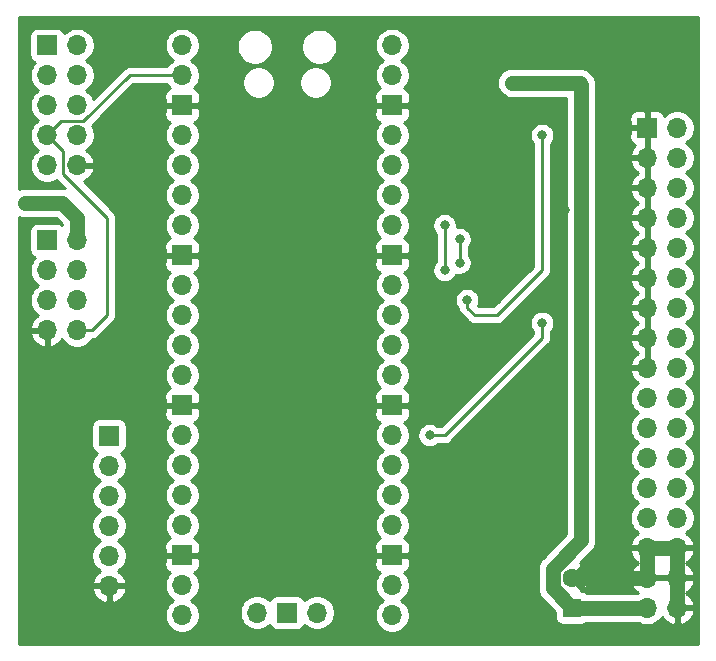
<source format=gbl>
G04 #@! TF.GenerationSoftware,KiCad,Pcbnew,(5.1.10)-1*
G04 #@! TF.CreationDate,2021-07-28T22:28:55+09:30*
G04 #@! TF.ProjectId,FilestoreE01-SSD,46696c65-7374-46f7-9265-4530312d5353,rev?*
G04 #@! TF.SameCoordinates,Original*
G04 #@! TF.FileFunction,Copper,L2,Bot*
G04 #@! TF.FilePolarity,Positive*
%FSLAX46Y46*%
G04 Gerber Fmt 4.6, Leading zero omitted, Abs format (unit mm)*
G04 Created by KiCad (PCBNEW (5.1.10)-1) date 2021-07-28 22:28:55*
%MOMM*%
%LPD*%
G01*
G04 APERTURE LIST*
G04 #@! TA.AperFunction,ComponentPad*
%ADD10O,1.700000X1.700000*%
G04 #@! TD*
G04 #@! TA.AperFunction,ComponentPad*
%ADD11R,1.700000X1.700000*%
G04 #@! TD*
G04 #@! TA.AperFunction,ComponentPad*
%ADD12C,1.600000*%
G04 #@! TD*
G04 #@! TA.AperFunction,ComponentPad*
%ADD13R,1.600000X1.600000*%
G04 #@! TD*
G04 #@! TA.AperFunction,ViaPad*
%ADD14C,0.800000*%
G04 #@! TD*
G04 #@! TA.AperFunction,Conductor*
%ADD15C,1.270000*%
G04 #@! TD*
G04 #@! TA.AperFunction,Conductor*
%ADD16C,0.254000*%
G04 #@! TD*
G04 #@! TA.AperFunction,Conductor*
%ADD17C,0.150000*%
G04 #@! TD*
G04 APERTURE END LIST*
D10*
X138430000Y-114705000D03*
D11*
X135890000Y-114705000D03*
D10*
X133350000Y-114705000D03*
X144780000Y-66675000D03*
X144780000Y-69215000D03*
D11*
X144780000Y-71755000D03*
D10*
X144780000Y-74295000D03*
X144780000Y-76835000D03*
X144780000Y-79375000D03*
X144780000Y-81915000D03*
D11*
X144780000Y-84455000D03*
D10*
X144780000Y-86995000D03*
X144780000Y-89535000D03*
X144780000Y-92075000D03*
X144780000Y-94615000D03*
D11*
X144780000Y-97155000D03*
D10*
X144780000Y-99695000D03*
X144780000Y-102235000D03*
X144780000Y-104775000D03*
X144780000Y-107315000D03*
D11*
X144780000Y-109855000D03*
D10*
X144780000Y-112395000D03*
X144780000Y-114935000D03*
X127000000Y-114935000D03*
X127000000Y-112395000D03*
D11*
X127000000Y-109855000D03*
D10*
X127000000Y-107315000D03*
X127000000Y-104775000D03*
X127000000Y-102235000D03*
X127000000Y-99695000D03*
D11*
X127000000Y-97155000D03*
D10*
X127000000Y-94615000D03*
X127000000Y-92075000D03*
X127000000Y-89535000D03*
X127000000Y-86995000D03*
D11*
X127000000Y-84455000D03*
D10*
X127000000Y-81915000D03*
X127000000Y-79375000D03*
X127000000Y-76835000D03*
X127000000Y-74295000D03*
D11*
X127000000Y-71755000D03*
D10*
X127000000Y-69215000D03*
X127000000Y-66675000D03*
X168910000Y-114300000D03*
X166370000Y-114300000D03*
X168910000Y-111760000D03*
X166370000Y-111760000D03*
X168910000Y-109220000D03*
X166370000Y-109220000D03*
X168910000Y-106680000D03*
X166370000Y-106680000D03*
X168910000Y-104140000D03*
X166370000Y-104140000D03*
X168910000Y-101600000D03*
X166370000Y-101600000D03*
X168910000Y-99060000D03*
X166370000Y-99060000D03*
X168910000Y-96520000D03*
X166370000Y-96520000D03*
X168910000Y-93980000D03*
X166370000Y-93980000D03*
X168910000Y-91440000D03*
X166370000Y-91440000D03*
X168910000Y-88900000D03*
X166370000Y-88900000D03*
X168910000Y-86360000D03*
X166370000Y-86360000D03*
X168910000Y-83820000D03*
X166370000Y-83820000D03*
X168910000Y-81280000D03*
X166370000Y-81280000D03*
X168910000Y-78740000D03*
X166370000Y-78740000D03*
X168910000Y-76200000D03*
X166370000Y-76200000D03*
X168910000Y-73660000D03*
D11*
X166370000Y-73660000D03*
D10*
X120815100Y-112435640D03*
X120815100Y-109895640D03*
X120815100Y-107355640D03*
X120815100Y-104815640D03*
X120815100Y-102275640D03*
D11*
X120815100Y-99735640D03*
D10*
X118110000Y-90805000D03*
X115570000Y-90805000D03*
X118110000Y-88265000D03*
X115570000Y-88265000D03*
X118110000Y-85725000D03*
X115570000Y-85725000D03*
X118110000Y-83185000D03*
D11*
X115570000Y-83185000D03*
D10*
X118110000Y-76835000D03*
X115570000Y-76835000D03*
X118110000Y-74295000D03*
X115570000Y-74295000D03*
X118110000Y-71755000D03*
X115570000Y-71755000D03*
X118110000Y-69215000D03*
X115570000Y-69215000D03*
X118110000Y-66675000D03*
D11*
X115570000Y-66675000D03*
D12*
X160020000Y-111800000D03*
D13*
X160020000Y-114300000D03*
D14*
X152400000Y-73660000D03*
X152675000Y-81005000D03*
X153670000Y-88265000D03*
X152040000Y-104500000D03*
X159385000Y-80645000D03*
X158750000Y-65405000D03*
X156117990Y-77500000D03*
X152853426Y-93133426D03*
X158750000Y-88900000D03*
X154940000Y-69850000D03*
X160655000Y-71119866D03*
X113665000Y-80010000D03*
X150495000Y-85090000D03*
X150495000Y-83092990D03*
X149225000Y-81915000D03*
X149225000Y-85725000D03*
X151130000Y-88265000D03*
X157480000Y-74295000D03*
X157480000Y-90170000D03*
X147955000Y-99695000D03*
D15*
X168910000Y-114300000D02*
X168910000Y-111760000D01*
X168910000Y-111760000D02*
X168910000Y-109220000D01*
X168910000Y-109220000D02*
X166370000Y-109220000D01*
X166370000Y-109220000D02*
X166370000Y-111760000D01*
X160060000Y-111760000D02*
X160020000Y-111800000D01*
X166370000Y-111760000D02*
X160060000Y-111760000D01*
X166370000Y-114300000D02*
X160020000Y-114300000D01*
X160655000Y-69850000D02*
X154940000Y-69850000D01*
X158384999Y-112664999D02*
X158384999Y-111015199D01*
X160020000Y-114300000D02*
X158384999Y-112664999D01*
X158384999Y-111015199D02*
X160815198Y-108585000D01*
X160815198Y-70010198D02*
X160655000Y-69850000D01*
X160815198Y-108585000D02*
X160815198Y-70010198D01*
X118110000Y-83185000D02*
X118110000Y-81280000D01*
X118110000Y-81280000D02*
X116840000Y-80010000D01*
X113665000Y-80010000D02*
X116840000Y-80010000D01*
D16*
X116747001Y-73117999D02*
X115570000Y-74295000D01*
X118652001Y-73117999D02*
X116747001Y-73117999D01*
X122555000Y-69215000D02*
X118652001Y-73117999D01*
X127000000Y-69215000D02*
X122555000Y-69215000D01*
X116932999Y-75657999D02*
X116932999Y-77562999D01*
X115570000Y-74295000D02*
X116932999Y-75657999D01*
X116932999Y-77562999D02*
X120650000Y-81280000D01*
X120650000Y-81280000D02*
X120650000Y-89535000D01*
X119380000Y-90805000D02*
X118110000Y-90805000D01*
X120650000Y-89535000D02*
X119380000Y-90805000D01*
X150495000Y-85090000D02*
X150495000Y-83092990D01*
X149225000Y-81915000D02*
X149225000Y-85725000D01*
X151765000Y-89535000D02*
X151130000Y-88900000D01*
X153670000Y-89535000D02*
X151765000Y-89535000D01*
X151130000Y-88900000D02*
X151130000Y-88265000D01*
X157480000Y-74295000D02*
X157480000Y-85725000D01*
X157480000Y-85725000D02*
X153670000Y-89535000D01*
X157480000Y-90170000D02*
X157480000Y-91440000D01*
X149225000Y-99695000D02*
X147955000Y-99695000D01*
X157480000Y-91440000D02*
X149225000Y-99695000D01*
X170688000Y-117348000D02*
X113157000Y-117348000D01*
X113157000Y-112792530D01*
X119373624Y-112792530D01*
X119418275Y-112939739D01*
X119543459Y-113202560D01*
X119717512Y-113435909D01*
X119933745Y-113630818D01*
X120183848Y-113779797D01*
X120458209Y-113877121D01*
X120688100Y-113756454D01*
X120688100Y-112562640D01*
X120942100Y-112562640D01*
X120942100Y-113756454D01*
X121171991Y-113877121D01*
X121446352Y-113779797D01*
X121696455Y-113630818D01*
X121912688Y-113435909D01*
X122086741Y-113202560D01*
X122211925Y-112939739D01*
X122256576Y-112792530D01*
X122135255Y-112562640D01*
X120942100Y-112562640D01*
X120688100Y-112562640D01*
X119494945Y-112562640D01*
X119373624Y-112792530D01*
X113157000Y-112792530D01*
X113157000Y-98885640D01*
X119327028Y-98885640D01*
X119327028Y-100585640D01*
X119339288Y-100710122D01*
X119375598Y-100829820D01*
X119434563Y-100940134D01*
X119513915Y-101036825D01*
X119610606Y-101116177D01*
X119720920Y-101175142D01*
X119793480Y-101197153D01*
X119661625Y-101329008D01*
X119499110Y-101572229D01*
X119387168Y-101842482D01*
X119330100Y-102129380D01*
X119330100Y-102421900D01*
X119387168Y-102708798D01*
X119499110Y-102979051D01*
X119661625Y-103222272D01*
X119868468Y-103429115D01*
X120042860Y-103545640D01*
X119868468Y-103662165D01*
X119661625Y-103869008D01*
X119499110Y-104112229D01*
X119387168Y-104382482D01*
X119330100Y-104669380D01*
X119330100Y-104961900D01*
X119387168Y-105248798D01*
X119499110Y-105519051D01*
X119661625Y-105762272D01*
X119868468Y-105969115D01*
X120042860Y-106085640D01*
X119868468Y-106202165D01*
X119661625Y-106409008D01*
X119499110Y-106652229D01*
X119387168Y-106922482D01*
X119330100Y-107209380D01*
X119330100Y-107501900D01*
X119387168Y-107788798D01*
X119499110Y-108059051D01*
X119661625Y-108302272D01*
X119868468Y-108509115D01*
X120042860Y-108625640D01*
X119868468Y-108742165D01*
X119661625Y-108949008D01*
X119499110Y-109192229D01*
X119387168Y-109462482D01*
X119330100Y-109749380D01*
X119330100Y-110041900D01*
X119387168Y-110328798D01*
X119499110Y-110599051D01*
X119661625Y-110842272D01*
X119868468Y-111049115D01*
X120050634Y-111170835D01*
X119933745Y-111240462D01*
X119717512Y-111435371D01*
X119543459Y-111668720D01*
X119418275Y-111931541D01*
X119373624Y-112078750D01*
X119494945Y-112308640D01*
X120688100Y-112308640D01*
X120688100Y-112288640D01*
X120942100Y-112288640D01*
X120942100Y-112308640D01*
X122135255Y-112308640D01*
X122256576Y-112078750D01*
X122211925Y-111931541D01*
X122086741Y-111668720D01*
X121912688Y-111435371D01*
X121696455Y-111240462D01*
X121579566Y-111170835D01*
X121761732Y-111049115D01*
X121968575Y-110842272D01*
X122060297Y-110705000D01*
X125511928Y-110705000D01*
X125524188Y-110829482D01*
X125560498Y-110949180D01*
X125619463Y-111059494D01*
X125698815Y-111156185D01*
X125795506Y-111235537D01*
X125905820Y-111294502D01*
X125978380Y-111316513D01*
X125846525Y-111448368D01*
X125684010Y-111691589D01*
X125572068Y-111961842D01*
X125515000Y-112248740D01*
X125515000Y-112541260D01*
X125572068Y-112828158D01*
X125684010Y-113098411D01*
X125846525Y-113341632D01*
X126053368Y-113548475D01*
X126227760Y-113665000D01*
X126053368Y-113781525D01*
X125846525Y-113988368D01*
X125684010Y-114231589D01*
X125572068Y-114501842D01*
X125515000Y-114788740D01*
X125515000Y-115081260D01*
X125572068Y-115368158D01*
X125684010Y-115638411D01*
X125846525Y-115881632D01*
X126053368Y-116088475D01*
X126296589Y-116250990D01*
X126566842Y-116362932D01*
X126853740Y-116420000D01*
X127146260Y-116420000D01*
X127433158Y-116362932D01*
X127703411Y-116250990D01*
X127946632Y-116088475D01*
X128153475Y-115881632D01*
X128315990Y-115638411D01*
X128427932Y-115368158D01*
X128485000Y-115081260D01*
X128485000Y-114788740D01*
X128439250Y-114558740D01*
X131865000Y-114558740D01*
X131865000Y-114851260D01*
X131922068Y-115138158D01*
X132034010Y-115408411D01*
X132196525Y-115651632D01*
X132403368Y-115858475D01*
X132646589Y-116020990D01*
X132916842Y-116132932D01*
X133203740Y-116190000D01*
X133496260Y-116190000D01*
X133783158Y-116132932D01*
X134053411Y-116020990D01*
X134296632Y-115858475D01*
X134428487Y-115726620D01*
X134450498Y-115799180D01*
X134509463Y-115909494D01*
X134588815Y-116006185D01*
X134685506Y-116085537D01*
X134795820Y-116144502D01*
X134915518Y-116180812D01*
X135040000Y-116193072D01*
X136740000Y-116193072D01*
X136864482Y-116180812D01*
X136984180Y-116144502D01*
X137094494Y-116085537D01*
X137191185Y-116006185D01*
X137270537Y-115909494D01*
X137329502Y-115799180D01*
X137351513Y-115726620D01*
X137483368Y-115858475D01*
X137726589Y-116020990D01*
X137996842Y-116132932D01*
X138283740Y-116190000D01*
X138576260Y-116190000D01*
X138863158Y-116132932D01*
X139133411Y-116020990D01*
X139376632Y-115858475D01*
X139583475Y-115651632D01*
X139745990Y-115408411D01*
X139857932Y-115138158D01*
X139915000Y-114851260D01*
X139915000Y-114558740D01*
X139857932Y-114271842D01*
X139745990Y-114001589D01*
X139583475Y-113758368D01*
X139376632Y-113551525D01*
X139133411Y-113389010D01*
X138863158Y-113277068D01*
X138576260Y-113220000D01*
X138283740Y-113220000D01*
X137996842Y-113277068D01*
X137726589Y-113389010D01*
X137483368Y-113551525D01*
X137351513Y-113683380D01*
X137329502Y-113610820D01*
X137270537Y-113500506D01*
X137191185Y-113403815D01*
X137094494Y-113324463D01*
X136984180Y-113265498D01*
X136864482Y-113229188D01*
X136740000Y-113216928D01*
X135040000Y-113216928D01*
X134915518Y-113229188D01*
X134795820Y-113265498D01*
X134685506Y-113324463D01*
X134588815Y-113403815D01*
X134509463Y-113500506D01*
X134450498Y-113610820D01*
X134428487Y-113683380D01*
X134296632Y-113551525D01*
X134053411Y-113389010D01*
X133783158Y-113277068D01*
X133496260Y-113220000D01*
X133203740Y-113220000D01*
X132916842Y-113277068D01*
X132646589Y-113389010D01*
X132403368Y-113551525D01*
X132196525Y-113758368D01*
X132034010Y-114001589D01*
X131922068Y-114271842D01*
X131865000Y-114558740D01*
X128439250Y-114558740D01*
X128427932Y-114501842D01*
X128315990Y-114231589D01*
X128153475Y-113988368D01*
X127946632Y-113781525D01*
X127772240Y-113665000D01*
X127946632Y-113548475D01*
X128153475Y-113341632D01*
X128315990Y-113098411D01*
X128427932Y-112828158D01*
X128485000Y-112541260D01*
X128485000Y-112248740D01*
X128427932Y-111961842D01*
X128315990Y-111691589D01*
X128153475Y-111448368D01*
X128021620Y-111316513D01*
X128094180Y-111294502D01*
X128204494Y-111235537D01*
X128301185Y-111156185D01*
X128380537Y-111059494D01*
X128439502Y-110949180D01*
X128475812Y-110829482D01*
X128488072Y-110705000D01*
X143291928Y-110705000D01*
X143304188Y-110829482D01*
X143340498Y-110949180D01*
X143399463Y-111059494D01*
X143478815Y-111156185D01*
X143575506Y-111235537D01*
X143685820Y-111294502D01*
X143758380Y-111316513D01*
X143626525Y-111448368D01*
X143464010Y-111691589D01*
X143352068Y-111961842D01*
X143295000Y-112248740D01*
X143295000Y-112541260D01*
X143352068Y-112828158D01*
X143464010Y-113098411D01*
X143626525Y-113341632D01*
X143833368Y-113548475D01*
X144007760Y-113665000D01*
X143833368Y-113781525D01*
X143626525Y-113988368D01*
X143464010Y-114231589D01*
X143352068Y-114501842D01*
X143295000Y-114788740D01*
X143295000Y-115081260D01*
X143352068Y-115368158D01*
X143464010Y-115638411D01*
X143626525Y-115881632D01*
X143833368Y-116088475D01*
X144076589Y-116250990D01*
X144346842Y-116362932D01*
X144633740Y-116420000D01*
X144926260Y-116420000D01*
X145213158Y-116362932D01*
X145483411Y-116250990D01*
X145726632Y-116088475D01*
X145933475Y-115881632D01*
X146095990Y-115638411D01*
X146207932Y-115368158D01*
X146265000Y-115081260D01*
X146265000Y-114788740D01*
X146207932Y-114501842D01*
X146095990Y-114231589D01*
X145933475Y-113988368D01*
X145726632Y-113781525D01*
X145552240Y-113665000D01*
X145726632Y-113548475D01*
X145933475Y-113341632D01*
X146095990Y-113098411D01*
X146207932Y-112828158D01*
X146265000Y-112541260D01*
X146265000Y-112248740D01*
X146207932Y-111961842D01*
X146095990Y-111691589D01*
X145933475Y-111448368D01*
X145801620Y-111316513D01*
X145874180Y-111294502D01*
X145984494Y-111235537D01*
X146081185Y-111156185D01*
X146160537Y-111059494D01*
X146219502Y-110949180D01*
X146255812Y-110829482D01*
X146268072Y-110705000D01*
X146265000Y-110140750D01*
X146106250Y-109982000D01*
X144907000Y-109982000D01*
X144907000Y-110002000D01*
X144653000Y-110002000D01*
X144653000Y-109982000D01*
X143453750Y-109982000D01*
X143295000Y-110140750D01*
X143291928Y-110705000D01*
X128488072Y-110705000D01*
X128485000Y-110140750D01*
X128326250Y-109982000D01*
X127127000Y-109982000D01*
X127127000Y-110002000D01*
X126873000Y-110002000D01*
X126873000Y-109982000D01*
X125673750Y-109982000D01*
X125515000Y-110140750D01*
X125511928Y-110705000D01*
X122060297Y-110705000D01*
X122131090Y-110599051D01*
X122243032Y-110328798D01*
X122300100Y-110041900D01*
X122300100Y-109749380D01*
X122243032Y-109462482D01*
X122131090Y-109192229D01*
X121968575Y-108949008D01*
X121761732Y-108742165D01*
X121587340Y-108625640D01*
X121761732Y-108509115D01*
X121968575Y-108302272D01*
X122131090Y-108059051D01*
X122243032Y-107788798D01*
X122300100Y-107501900D01*
X122300100Y-107209380D01*
X122243032Y-106922482D01*
X122131090Y-106652229D01*
X121968575Y-106409008D01*
X121761732Y-106202165D01*
X121587340Y-106085640D01*
X121761732Y-105969115D01*
X121968575Y-105762272D01*
X122131090Y-105519051D01*
X122243032Y-105248798D01*
X122300100Y-104961900D01*
X122300100Y-104669380D01*
X122243032Y-104382482D01*
X122131090Y-104112229D01*
X121968575Y-103869008D01*
X121761732Y-103662165D01*
X121587340Y-103545640D01*
X121761732Y-103429115D01*
X121968575Y-103222272D01*
X122131090Y-102979051D01*
X122243032Y-102708798D01*
X122300100Y-102421900D01*
X122300100Y-102129380D01*
X122243032Y-101842482D01*
X122131090Y-101572229D01*
X121968575Y-101329008D01*
X121836720Y-101197153D01*
X121909280Y-101175142D01*
X122019594Y-101116177D01*
X122116285Y-101036825D01*
X122195637Y-100940134D01*
X122254602Y-100829820D01*
X122290912Y-100710122D01*
X122303172Y-100585640D01*
X122303172Y-98885640D01*
X122290912Y-98761158D01*
X122254602Y-98641460D01*
X122195637Y-98531146D01*
X122116285Y-98434455D01*
X122019594Y-98355103D01*
X121909280Y-98296138D01*
X121789582Y-98259828D01*
X121665100Y-98247568D01*
X119965100Y-98247568D01*
X119840618Y-98259828D01*
X119720920Y-98296138D01*
X119610606Y-98355103D01*
X119513915Y-98434455D01*
X119434563Y-98531146D01*
X119375598Y-98641460D01*
X119339288Y-98761158D01*
X119327028Y-98885640D01*
X113157000Y-98885640D01*
X113157000Y-98005000D01*
X125511928Y-98005000D01*
X125524188Y-98129482D01*
X125560498Y-98249180D01*
X125619463Y-98359494D01*
X125698815Y-98456185D01*
X125795506Y-98535537D01*
X125905820Y-98594502D01*
X125978380Y-98616513D01*
X125846525Y-98748368D01*
X125684010Y-98991589D01*
X125572068Y-99261842D01*
X125515000Y-99548740D01*
X125515000Y-99841260D01*
X125572068Y-100128158D01*
X125684010Y-100398411D01*
X125846525Y-100641632D01*
X126053368Y-100848475D01*
X126227760Y-100965000D01*
X126053368Y-101081525D01*
X125846525Y-101288368D01*
X125684010Y-101531589D01*
X125572068Y-101801842D01*
X125515000Y-102088740D01*
X125515000Y-102381260D01*
X125572068Y-102668158D01*
X125684010Y-102938411D01*
X125846525Y-103181632D01*
X126053368Y-103388475D01*
X126227760Y-103505000D01*
X126053368Y-103621525D01*
X125846525Y-103828368D01*
X125684010Y-104071589D01*
X125572068Y-104341842D01*
X125515000Y-104628740D01*
X125515000Y-104921260D01*
X125572068Y-105208158D01*
X125684010Y-105478411D01*
X125846525Y-105721632D01*
X126053368Y-105928475D01*
X126227760Y-106045000D01*
X126053368Y-106161525D01*
X125846525Y-106368368D01*
X125684010Y-106611589D01*
X125572068Y-106881842D01*
X125515000Y-107168740D01*
X125515000Y-107461260D01*
X125572068Y-107748158D01*
X125684010Y-108018411D01*
X125846525Y-108261632D01*
X125978380Y-108393487D01*
X125905820Y-108415498D01*
X125795506Y-108474463D01*
X125698815Y-108553815D01*
X125619463Y-108650506D01*
X125560498Y-108760820D01*
X125524188Y-108880518D01*
X125511928Y-109005000D01*
X125515000Y-109569250D01*
X125673750Y-109728000D01*
X126873000Y-109728000D01*
X126873000Y-109708000D01*
X127127000Y-109708000D01*
X127127000Y-109728000D01*
X128326250Y-109728000D01*
X128485000Y-109569250D01*
X128488072Y-109005000D01*
X128475812Y-108880518D01*
X128439502Y-108760820D01*
X128380537Y-108650506D01*
X128301185Y-108553815D01*
X128204494Y-108474463D01*
X128094180Y-108415498D01*
X128021620Y-108393487D01*
X128153475Y-108261632D01*
X128315990Y-108018411D01*
X128427932Y-107748158D01*
X128485000Y-107461260D01*
X128485000Y-107168740D01*
X128427932Y-106881842D01*
X128315990Y-106611589D01*
X128153475Y-106368368D01*
X127946632Y-106161525D01*
X127772240Y-106045000D01*
X127946632Y-105928475D01*
X128153475Y-105721632D01*
X128315990Y-105478411D01*
X128427932Y-105208158D01*
X128485000Y-104921260D01*
X128485000Y-104628740D01*
X128427932Y-104341842D01*
X128315990Y-104071589D01*
X128153475Y-103828368D01*
X127946632Y-103621525D01*
X127772240Y-103505000D01*
X127946632Y-103388475D01*
X128153475Y-103181632D01*
X128315990Y-102938411D01*
X128427932Y-102668158D01*
X128485000Y-102381260D01*
X128485000Y-102088740D01*
X128427932Y-101801842D01*
X128315990Y-101531589D01*
X128153475Y-101288368D01*
X127946632Y-101081525D01*
X127772240Y-100965000D01*
X127946632Y-100848475D01*
X128153475Y-100641632D01*
X128315990Y-100398411D01*
X128427932Y-100128158D01*
X128485000Y-99841260D01*
X128485000Y-99548740D01*
X128427932Y-99261842D01*
X128315990Y-98991589D01*
X128153475Y-98748368D01*
X128021620Y-98616513D01*
X128094180Y-98594502D01*
X128204494Y-98535537D01*
X128301185Y-98456185D01*
X128380537Y-98359494D01*
X128439502Y-98249180D01*
X128475812Y-98129482D01*
X128488072Y-98005000D01*
X143291928Y-98005000D01*
X143304188Y-98129482D01*
X143340498Y-98249180D01*
X143399463Y-98359494D01*
X143478815Y-98456185D01*
X143575506Y-98535537D01*
X143685820Y-98594502D01*
X143758380Y-98616513D01*
X143626525Y-98748368D01*
X143464010Y-98991589D01*
X143352068Y-99261842D01*
X143295000Y-99548740D01*
X143295000Y-99841260D01*
X143352068Y-100128158D01*
X143464010Y-100398411D01*
X143626525Y-100641632D01*
X143833368Y-100848475D01*
X144007760Y-100965000D01*
X143833368Y-101081525D01*
X143626525Y-101288368D01*
X143464010Y-101531589D01*
X143352068Y-101801842D01*
X143295000Y-102088740D01*
X143295000Y-102381260D01*
X143352068Y-102668158D01*
X143464010Y-102938411D01*
X143626525Y-103181632D01*
X143833368Y-103388475D01*
X144007760Y-103505000D01*
X143833368Y-103621525D01*
X143626525Y-103828368D01*
X143464010Y-104071589D01*
X143352068Y-104341842D01*
X143295000Y-104628740D01*
X143295000Y-104921260D01*
X143352068Y-105208158D01*
X143464010Y-105478411D01*
X143626525Y-105721632D01*
X143833368Y-105928475D01*
X144007760Y-106045000D01*
X143833368Y-106161525D01*
X143626525Y-106368368D01*
X143464010Y-106611589D01*
X143352068Y-106881842D01*
X143295000Y-107168740D01*
X143295000Y-107461260D01*
X143352068Y-107748158D01*
X143464010Y-108018411D01*
X143626525Y-108261632D01*
X143758380Y-108393487D01*
X143685820Y-108415498D01*
X143575506Y-108474463D01*
X143478815Y-108553815D01*
X143399463Y-108650506D01*
X143340498Y-108760820D01*
X143304188Y-108880518D01*
X143291928Y-109005000D01*
X143295000Y-109569250D01*
X143453750Y-109728000D01*
X144653000Y-109728000D01*
X144653000Y-109708000D01*
X144907000Y-109708000D01*
X144907000Y-109728000D01*
X146106250Y-109728000D01*
X146265000Y-109569250D01*
X146268072Y-109005000D01*
X146255812Y-108880518D01*
X146219502Y-108760820D01*
X146160537Y-108650506D01*
X146081185Y-108553815D01*
X145984494Y-108474463D01*
X145874180Y-108415498D01*
X145801620Y-108393487D01*
X145933475Y-108261632D01*
X146095990Y-108018411D01*
X146207932Y-107748158D01*
X146265000Y-107461260D01*
X146265000Y-107168740D01*
X146207932Y-106881842D01*
X146095990Y-106611589D01*
X145933475Y-106368368D01*
X145726632Y-106161525D01*
X145552240Y-106045000D01*
X145726632Y-105928475D01*
X145933475Y-105721632D01*
X146095990Y-105478411D01*
X146207932Y-105208158D01*
X146265000Y-104921260D01*
X146265000Y-104628740D01*
X146207932Y-104341842D01*
X146095990Y-104071589D01*
X145933475Y-103828368D01*
X145726632Y-103621525D01*
X145552240Y-103505000D01*
X145726632Y-103388475D01*
X145933475Y-103181632D01*
X146095990Y-102938411D01*
X146207932Y-102668158D01*
X146265000Y-102381260D01*
X146265000Y-102088740D01*
X146207932Y-101801842D01*
X146095990Y-101531589D01*
X145933475Y-101288368D01*
X145726632Y-101081525D01*
X145552240Y-100965000D01*
X145726632Y-100848475D01*
X145933475Y-100641632D01*
X146095990Y-100398411D01*
X146207932Y-100128158D01*
X146265000Y-99841260D01*
X146265000Y-99593061D01*
X146920000Y-99593061D01*
X146920000Y-99796939D01*
X146959774Y-99996898D01*
X147037795Y-100185256D01*
X147151063Y-100354774D01*
X147295226Y-100498937D01*
X147464744Y-100612205D01*
X147653102Y-100690226D01*
X147853061Y-100730000D01*
X148056939Y-100730000D01*
X148256898Y-100690226D01*
X148445256Y-100612205D01*
X148614774Y-100498937D01*
X148656711Y-100457000D01*
X149187577Y-100457000D01*
X149225000Y-100460686D01*
X149262423Y-100457000D01*
X149262426Y-100457000D01*
X149374378Y-100445974D01*
X149518015Y-100402402D01*
X149650392Y-100331645D01*
X149766422Y-100236422D01*
X149790284Y-100207346D01*
X157992352Y-92005279D01*
X158021422Y-91981422D01*
X158110272Y-91873158D01*
X158116645Y-91865393D01*
X158187401Y-91733016D01*
X158187402Y-91733015D01*
X158230974Y-91589378D01*
X158242000Y-91477426D01*
X158242000Y-91477423D01*
X158245686Y-91440000D01*
X158242000Y-91402577D01*
X158242000Y-90871711D01*
X158283937Y-90829774D01*
X158397205Y-90660256D01*
X158475226Y-90471898D01*
X158515000Y-90271939D01*
X158515000Y-90068061D01*
X158475226Y-89868102D01*
X158397205Y-89679744D01*
X158283937Y-89510226D01*
X158139774Y-89366063D01*
X157970256Y-89252795D01*
X157781898Y-89174774D01*
X157581939Y-89135000D01*
X157378061Y-89135000D01*
X157178102Y-89174774D01*
X156989744Y-89252795D01*
X156820226Y-89366063D01*
X156676063Y-89510226D01*
X156562795Y-89679744D01*
X156484774Y-89868102D01*
X156445000Y-90068061D01*
X156445000Y-90271939D01*
X156484774Y-90471898D01*
X156562795Y-90660256D01*
X156676063Y-90829774D01*
X156718001Y-90871712D01*
X156718001Y-91124368D01*
X148909370Y-98933000D01*
X148656711Y-98933000D01*
X148614774Y-98891063D01*
X148445256Y-98777795D01*
X148256898Y-98699774D01*
X148056939Y-98660000D01*
X147853061Y-98660000D01*
X147653102Y-98699774D01*
X147464744Y-98777795D01*
X147295226Y-98891063D01*
X147151063Y-99035226D01*
X147037795Y-99204744D01*
X146959774Y-99393102D01*
X146920000Y-99593061D01*
X146265000Y-99593061D01*
X146265000Y-99548740D01*
X146207932Y-99261842D01*
X146095990Y-98991589D01*
X145933475Y-98748368D01*
X145801620Y-98616513D01*
X145874180Y-98594502D01*
X145984494Y-98535537D01*
X146081185Y-98456185D01*
X146160537Y-98359494D01*
X146219502Y-98249180D01*
X146255812Y-98129482D01*
X146268072Y-98005000D01*
X146265000Y-97440750D01*
X146106250Y-97282000D01*
X144907000Y-97282000D01*
X144907000Y-97302000D01*
X144653000Y-97302000D01*
X144653000Y-97282000D01*
X143453750Y-97282000D01*
X143295000Y-97440750D01*
X143291928Y-98005000D01*
X128488072Y-98005000D01*
X128485000Y-97440750D01*
X128326250Y-97282000D01*
X127127000Y-97282000D01*
X127127000Y-97302000D01*
X126873000Y-97302000D01*
X126873000Y-97282000D01*
X125673750Y-97282000D01*
X125515000Y-97440750D01*
X125511928Y-98005000D01*
X113157000Y-98005000D01*
X113157000Y-91161890D01*
X114128524Y-91161890D01*
X114173175Y-91309099D01*
X114298359Y-91571920D01*
X114472412Y-91805269D01*
X114688645Y-92000178D01*
X114938748Y-92149157D01*
X115213109Y-92246481D01*
X115443000Y-92125814D01*
X115443000Y-90932000D01*
X114249845Y-90932000D01*
X114128524Y-91161890D01*
X113157000Y-91161890D01*
X113157000Y-81178505D01*
X113176641Y-81189003D01*
X113416037Y-81261623D01*
X113602620Y-81280000D01*
X116313950Y-81280000D01*
X116840001Y-81806051D01*
X116840001Y-81858223D01*
X116774494Y-81804463D01*
X116664180Y-81745498D01*
X116544482Y-81709188D01*
X116420000Y-81696928D01*
X114720000Y-81696928D01*
X114595518Y-81709188D01*
X114475820Y-81745498D01*
X114365506Y-81804463D01*
X114268815Y-81883815D01*
X114189463Y-81980506D01*
X114130498Y-82090820D01*
X114094188Y-82210518D01*
X114081928Y-82335000D01*
X114081928Y-84035000D01*
X114094188Y-84159482D01*
X114130498Y-84279180D01*
X114189463Y-84389494D01*
X114268815Y-84486185D01*
X114365506Y-84565537D01*
X114475820Y-84624502D01*
X114548380Y-84646513D01*
X114416525Y-84778368D01*
X114254010Y-85021589D01*
X114142068Y-85291842D01*
X114085000Y-85578740D01*
X114085000Y-85871260D01*
X114142068Y-86158158D01*
X114254010Y-86428411D01*
X114416525Y-86671632D01*
X114623368Y-86878475D01*
X114797760Y-86995000D01*
X114623368Y-87111525D01*
X114416525Y-87318368D01*
X114254010Y-87561589D01*
X114142068Y-87831842D01*
X114085000Y-88118740D01*
X114085000Y-88411260D01*
X114142068Y-88698158D01*
X114254010Y-88968411D01*
X114416525Y-89211632D01*
X114623368Y-89418475D01*
X114805534Y-89540195D01*
X114688645Y-89609822D01*
X114472412Y-89804731D01*
X114298359Y-90038080D01*
X114173175Y-90300901D01*
X114128524Y-90448110D01*
X114249845Y-90678000D01*
X115443000Y-90678000D01*
X115443000Y-90658000D01*
X115697000Y-90658000D01*
X115697000Y-90678000D01*
X115717000Y-90678000D01*
X115717000Y-90932000D01*
X115697000Y-90932000D01*
X115697000Y-92125814D01*
X115926891Y-92246481D01*
X116201252Y-92149157D01*
X116451355Y-92000178D01*
X116667588Y-91805269D01*
X116838900Y-91575594D01*
X116956525Y-91751632D01*
X117163368Y-91958475D01*
X117406589Y-92120990D01*
X117676842Y-92232932D01*
X117963740Y-92290000D01*
X118256260Y-92290000D01*
X118543158Y-92232932D01*
X118813411Y-92120990D01*
X119056632Y-91958475D01*
X119263475Y-91751632D01*
X119384688Y-91570224D01*
X119417423Y-91567000D01*
X119417426Y-91567000D01*
X119529378Y-91555974D01*
X119673015Y-91512402D01*
X119805392Y-91441645D01*
X119921422Y-91346422D01*
X119945284Y-91317346D01*
X121162352Y-90100279D01*
X121191422Y-90076422D01*
X121286645Y-89960392D01*
X121357402Y-89828015D01*
X121400974Y-89684378D01*
X121412000Y-89572426D01*
X121412000Y-89572424D01*
X121415686Y-89535001D01*
X121412000Y-89497578D01*
X121412000Y-85305000D01*
X125511928Y-85305000D01*
X125524188Y-85429482D01*
X125560498Y-85549180D01*
X125619463Y-85659494D01*
X125698815Y-85756185D01*
X125795506Y-85835537D01*
X125905820Y-85894502D01*
X125978380Y-85916513D01*
X125846525Y-86048368D01*
X125684010Y-86291589D01*
X125572068Y-86561842D01*
X125515000Y-86848740D01*
X125515000Y-87141260D01*
X125572068Y-87428158D01*
X125684010Y-87698411D01*
X125846525Y-87941632D01*
X126053368Y-88148475D01*
X126227760Y-88265000D01*
X126053368Y-88381525D01*
X125846525Y-88588368D01*
X125684010Y-88831589D01*
X125572068Y-89101842D01*
X125515000Y-89388740D01*
X125515000Y-89681260D01*
X125572068Y-89968158D01*
X125684010Y-90238411D01*
X125846525Y-90481632D01*
X126053368Y-90688475D01*
X126227760Y-90805000D01*
X126053368Y-90921525D01*
X125846525Y-91128368D01*
X125684010Y-91371589D01*
X125572068Y-91641842D01*
X125515000Y-91928740D01*
X125515000Y-92221260D01*
X125572068Y-92508158D01*
X125684010Y-92778411D01*
X125846525Y-93021632D01*
X126053368Y-93228475D01*
X126227760Y-93345000D01*
X126053368Y-93461525D01*
X125846525Y-93668368D01*
X125684010Y-93911589D01*
X125572068Y-94181842D01*
X125515000Y-94468740D01*
X125515000Y-94761260D01*
X125572068Y-95048158D01*
X125684010Y-95318411D01*
X125846525Y-95561632D01*
X125978380Y-95693487D01*
X125905820Y-95715498D01*
X125795506Y-95774463D01*
X125698815Y-95853815D01*
X125619463Y-95950506D01*
X125560498Y-96060820D01*
X125524188Y-96180518D01*
X125511928Y-96305000D01*
X125515000Y-96869250D01*
X125673750Y-97028000D01*
X126873000Y-97028000D01*
X126873000Y-97008000D01*
X127127000Y-97008000D01*
X127127000Y-97028000D01*
X128326250Y-97028000D01*
X128485000Y-96869250D01*
X128488072Y-96305000D01*
X128475812Y-96180518D01*
X128439502Y-96060820D01*
X128380537Y-95950506D01*
X128301185Y-95853815D01*
X128204494Y-95774463D01*
X128094180Y-95715498D01*
X128021620Y-95693487D01*
X128153475Y-95561632D01*
X128315990Y-95318411D01*
X128427932Y-95048158D01*
X128485000Y-94761260D01*
X128485000Y-94468740D01*
X128427932Y-94181842D01*
X128315990Y-93911589D01*
X128153475Y-93668368D01*
X127946632Y-93461525D01*
X127772240Y-93345000D01*
X127946632Y-93228475D01*
X128153475Y-93021632D01*
X128315990Y-92778411D01*
X128427932Y-92508158D01*
X128485000Y-92221260D01*
X128485000Y-91928740D01*
X128427932Y-91641842D01*
X128315990Y-91371589D01*
X128153475Y-91128368D01*
X127946632Y-90921525D01*
X127772240Y-90805000D01*
X127946632Y-90688475D01*
X128153475Y-90481632D01*
X128315990Y-90238411D01*
X128427932Y-89968158D01*
X128485000Y-89681260D01*
X128485000Y-89388740D01*
X128427932Y-89101842D01*
X128315990Y-88831589D01*
X128153475Y-88588368D01*
X127946632Y-88381525D01*
X127772240Y-88265000D01*
X127946632Y-88148475D01*
X128153475Y-87941632D01*
X128315990Y-87698411D01*
X128427932Y-87428158D01*
X128485000Y-87141260D01*
X128485000Y-86848740D01*
X128427932Y-86561842D01*
X128315990Y-86291589D01*
X128153475Y-86048368D01*
X128021620Y-85916513D01*
X128094180Y-85894502D01*
X128204494Y-85835537D01*
X128301185Y-85756185D01*
X128380537Y-85659494D01*
X128439502Y-85549180D01*
X128475812Y-85429482D01*
X128488072Y-85305000D01*
X143291928Y-85305000D01*
X143304188Y-85429482D01*
X143340498Y-85549180D01*
X143399463Y-85659494D01*
X143478815Y-85756185D01*
X143575506Y-85835537D01*
X143685820Y-85894502D01*
X143758380Y-85916513D01*
X143626525Y-86048368D01*
X143464010Y-86291589D01*
X143352068Y-86561842D01*
X143295000Y-86848740D01*
X143295000Y-87141260D01*
X143352068Y-87428158D01*
X143464010Y-87698411D01*
X143626525Y-87941632D01*
X143833368Y-88148475D01*
X144007760Y-88265000D01*
X143833368Y-88381525D01*
X143626525Y-88588368D01*
X143464010Y-88831589D01*
X143352068Y-89101842D01*
X143295000Y-89388740D01*
X143295000Y-89681260D01*
X143352068Y-89968158D01*
X143464010Y-90238411D01*
X143626525Y-90481632D01*
X143833368Y-90688475D01*
X144007760Y-90805000D01*
X143833368Y-90921525D01*
X143626525Y-91128368D01*
X143464010Y-91371589D01*
X143352068Y-91641842D01*
X143295000Y-91928740D01*
X143295000Y-92221260D01*
X143352068Y-92508158D01*
X143464010Y-92778411D01*
X143626525Y-93021632D01*
X143833368Y-93228475D01*
X144007760Y-93345000D01*
X143833368Y-93461525D01*
X143626525Y-93668368D01*
X143464010Y-93911589D01*
X143352068Y-94181842D01*
X143295000Y-94468740D01*
X143295000Y-94761260D01*
X143352068Y-95048158D01*
X143464010Y-95318411D01*
X143626525Y-95561632D01*
X143758380Y-95693487D01*
X143685820Y-95715498D01*
X143575506Y-95774463D01*
X143478815Y-95853815D01*
X143399463Y-95950506D01*
X143340498Y-96060820D01*
X143304188Y-96180518D01*
X143291928Y-96305000D01*
X143295000Y-96869250D01*
X143453750Y-97028000D01*
X144653000Y-97028000D01*
X144653000Y-97008000D01*
X144907000Y-97008000D01*
X144907000Y-97028000D01*
X146106250Y-97028000D01*
X146265000Y-96869250D01*
X146268072Y-96305000D01*
X146255812Y-96180518D01*
X146219502Y-96060820D01*
X146160537Y-95950506D01*
X146081185Y-95853815D01*
X145984494Y-95774463D01*
X145874180Y-95715498D01*
X145801620Y-95693487D01*
X145933475Y-95561632D01*
X146095990Y-95318411D01*
X146207932Y-95048158D01*
X146265000Y-94761260D01*
X146265000Y-94468740D01*
X146207932Y-94181842D01*
X146095990Y-93911589D01*
X145933475Y-93668368D01*
X145726632Y-93461525D01*
X145552240Y-93345000D01*
X145726632Y-93228475D01*
X145933475Y-93021632D01*
X146095990Y-92778411D01*
X146207932Y-92508158D01*
X146265000Y-92221260D01*
X146265000Y-91928740D01*
X146207932Y-91641842D01*
X146095990Y-91371589D01*
X145933475Y-91128368D01*
X145726632Y-90921525D01*
X145552240Y-90805000D01*
X145726632Y-90688475D01*
X145933475Y-90481632D01*
X146095990Y-90238411D01*
X146207932Y-89968158D01*
X146265000Y-89681260D01*
X146265000Y-89388740D01*
X146207932Y-89101842D01*
X146095990Y-88831589D01*
X145933475Y-88588368D01*
X145726632Y-88381525D01*
X145552240Y-88265000D01*
X145704802Y-88163061D01*
X150095000Y-88163061D01*
X150095000Y-88366939D01*
X150134774Y-88566898D01*
X150212795Y-88755256D01*
X150326063Y-88924774D01*
X150371199Y-88969910D01*
X150379026Y-89049377D01*
X150422598Y-89193014D01*
X150422599Y-89193015D01*
X150493355Y-89325392D01*
X150524645Y-89363519D01*
X150588578Y-89441422D01*
X150617654Y-89465284D01*
X151199716Y-90047346D01*
X151223578Y-90076422D01*
X151292000Y-90132574D01*
X151339607Y-90171645D01*
X151410364Y-90209465D01*
X151471985Y-90242402D01*
X151615622Y-90285974D01*
X151727574Y-90297000D01*
X151727577Y-90297000D01*
X151765000Y-90300686D01*
X151802423Y-90297000D01*
X153632577Y-90297000D01*
X153670000Y-90300686D01*
X153707423Y-90297000D01*
X153707426Y-90297000D01*
X153819378Y-90285974D01*
X153963015Y-90242402D01*
X154095392Y-90171645D01*
X154211422Y-90076422D01*
X154235284Y-90047346D01*
X157992346Y-86290284D01*
X158021422Y-86266422D01*
X158110272Y-86158158D01*
X158116645Y-86150393D01*
X158187401Y-86018016D01*
X158187402Y-86018015D01*
X158230974Y-85874378D01*
X158242000Y-85762426D01*
X158242000Y-85762423D01*
X158245686Y-85725000D01*
X158242000Y-85687577D01*
X158242000Y-74996711D01*
X158283937Y-74954774D01*
X158397205Y-74785256D01*
X158475226Y-74596898D01*
X158515000Y-74396939D01*
X158515000Y-74193061D01*
X158475226Y-73993102D01*
X158397205Y-73804744D01*
X158283937Y-73635226D01*
X158139774Y-73491063D01*
X157970256Y-73377795D01*
X157781898Y-73299774D01*
X157581939Y-73260000D01*
X157378061Y-73260000D01*
X157178102Y-73299774D01*
X156989744Y-73377795D01*
X156820226Y-73491063D01*
X156676063Y-73635226D01*
X156562795Y-73804744D01*
X156484774Y-73993102D01*
X156445000Y-74193061D01*
X156445000Y-74396939D01*
X156484774Y-74596898D01*
X156562795Y-74785256D01*
X156676063Y-74954774D01*
X156718000Y-74996711D01*
X156718001Y-85409369D01*
X153354370Y-88773000D01*
X152080630Y-88773000D01*
X152051798Y-88744168D01*
X152125226Y-88566898D01*
X152165000Y-88366939D01*
X152165000Y-88163061D01*
X152125226Y-87963102D01*
X152047205Y-87774744D01*
X151933937Y-87605226D01*
X151789774Y-87461063D01*
X151620256Y-87347795D01*
X151431898Y-87269774D01*
X151231939Y-87230000D01*
X151028061Y-87230000D01*
X150828102Y-87269774D01*
X150639744Y-87347795D01*
X150470226Y-87461063D01*
X150326063Y-87605226D01*
X150212795Y-87774744D01*
X150134774Y-87963102D01*
X150095000Y-88163061D01*
X145704802Y-88163061D01*
X145726632Y-88148475D01*
X145933475Y-87941632D01*
X146095990Y-87698411D01*
X146207932Y-87428158D01*
X146265000Y-87141260D01*
X146265000Y-86848740D01*
X146207932Y-86561842D01*
X146095990Y-86291589D01*
X145933475Y-86048368D01*
X145801620Y-85916513D01*
X145874180Y-85894502D01*
X145984494Y-85835537D01*
X146081185Y-85756185D01*
X146160537Y-85659494D01*
X146219502Y-85549180D01*
X146255812Y-85429482D01*
X146268072Y-85305000D01*
X146265000Y-84740750D01*
X146106250Y-84582000D01*
X144907000Y-84582000D01*
X144907000Y-84602000D01*
X144653000Y-84602000D01*
X144653000Y-84582000D01*
X143453750Y-84582000D01*
X143295000Y-84740750D01*
X143291928Y-85305000D01*
X128488072Y-85305000D01*
X128485000Y-84740750D01*
X128326250Y-84582000D01*
X127127000Y-84582000D01*
X127127000Y-84602000D01*
X126873000Y-84602000D01*
X126873000Y-84582000D01*
X125673750Y-84582000D01*
X125515000Y-84740750D01*
X125511928Y-85305000D01*
X121412000Y-85305000D01*
X121412000Y-81317422D01*
X121415686Y-81279999D01*
X121408555Y-81207598D01*
X121400974Y-81130622D01*
X121357402Y-80986985D01*
X121286645Y-80854608D01*
X121191422Y-80738578D01*
X121162353Y-80714722D01*
X118656759Y-78209129D01*
X118741252Y-78179157D01*
X118991355Y-78030178D01*
X119207588Y-77835269D01*
X119381641Y-77601920D01*
X119506825Y-77339099D01*
X119551476Y-77191890D01*
X119430155Y-76962000D01*
X118237000Y-76962000D01*
X118237000Y-76982000D01*
X117983000Y-76982000D01*
X117983000Y-76962000D01*
X117963000Y-76962000D01*
X117963000Y-76708000D01*
X117983000Y-76708000D01*
X117983000Y-76688000D01*
X118237000Y-76688000D01*
X118237000Y-76708000D01*
X119430155Y-76708000D01*
X119551476Y-76478110D01*
X119506825Y-76330901D01*
X119381641Y-76068080D01*
X119207588Y-75834731D01*
X118991355Y-75639822D01*
X118874466Y-75570195D01*
X119056632Y-75448475D01*
X119263475Y-75241632D01*
X119425990Y-74998411D01*
X119537932Y-74728158D01*
X119595000Y-74441260D01*
X119595000Y-74148740D01*
X119537932Y-73861842D01*
X119425990Y-73591589D01*
X119357918Y-73489712D01*
X120242630Y-72605000D01*
X125511928Y-72605000D01*
X125524188Y-72729482D01*
X125560498Y-72849180D01*
X125619463Y-72959494D01*
X125698815Y-73056185D01*
X125795506Y-73135537D01*
X125905820Y-73194502D01*
X125978380Y-73216513D01*
X125846525Y-73348368D01*
X125684010Y-73591589D01*
X125572068Y-73861842D01*
X125515000Y-74148740D01*
X125515000Y-74441260D01*
X125572068Y-74728158D01*
X125684010Y-74998411D01*
X125846525Y-75241632D01*
X126053368Y-75448475D01*
X126227760Y-75565000D01*
X126053368Y-75681525D01*
X125846525Y-75888368D01*
X125684010Y-76131589D01*
X125572068Y-76401842D01*
X125515000Y-76688740D01*
X125515000Y-76981260D01*
X125572068Y-77268158D01*
X125684010Y-77538411D01*
X125846525Y-77781632D01*
X126053368Y-77988475D01*
X126227760Y-78105000D01*
X126053368Y-78221525D01*
X125846525Y-78428368D01*
X125684010Y-78671589D01*
X125572068Y-78941842D01*
X125515000Y-79228740D01*
X125515000Y-79521260D01*
X125572068Y-79808158D01*
X125684010Y-80078411D01*
X125846525Y-80321632D01*
X126053368Y-80528475D01*
X126227760Y-80645000D01*
X126053368Y-80761525D01*
X125846525Y-80968368D01*
X125684010Y-81211589D01*
X125572068Y-81481842D01*
X125515000Y-81768740D01*
X125515000Y-82061260D01*
X125572068Y-82348158D01*
X125684010Y-82618411D01*
X125846525Y-82861632D01*
X125978380Y-82993487D01*
X125905820Y-83015498D01*
X125795506Y-83074463D01*
X125698815Y-83153815D01*
X125619463Y-83250506D01*
X125560498Y-83360820D01*
X125524188Y-83480518D01*
X125511928Y-83605000D01*
X125515000Y-84169250D01*
X125673750Y-84328000D01*
X126873000Y-84328000D01*
X126873000Y-84308000D01*
X127127000Y-84308000D01*
X127127000Y-84328000D01*
X128326250Y-84328000D01*
X128485000Y-84169250D01*
X128488072Y-83605000D01*
X128475812Y-83480518D01*
X128439502Y-83360820D01*
X128380537Y-83250506D01*
X128301185Y-83153815D01*
X128204494Y-83074463D01*
X128094180Y-83015498D01*
X128021620Y-82993487D01*
X128153475Y-82861632D01*
X128315990Y-82618411D01*
X128427932Y-82348158D01*
X128485000Y-82061260D01*
X128485000Y-81768740D01*
X128427932Y-81481842D01*
X128315990Y-81211589D01*
X128153475Y-80968368D01*
X127946632Y-80761525D01*
X127772240Y-80645000D01*
X127946632Y-80528475D01*
X128153475Y-80321632D01*
X128315990Y-80078411D01*
X128427932Y-79808158D01*
X128485000Y-79521260D01*
X128485000Y-79228740D01*
X128427932Y-78941842D01*
X128315990Y-78671589D01*
X128153475Y-78428368D01*
X127946632Y-78221525D01*
X127772240Y-78105000D01*
X127946632Y-77988475D01*
X128153475Y-77781632D01*
X128315990Y-77538411D01*
X128427932Y-77268158D01*
X128485000Y-76981260D01*
X128485000Y-76688740D01*
X128427932Y-76401842D01*
X128315990Y-76131589D01*
X128153475Y-75888368D01*
X127946632Y-75681525D01*
X127772240Y-75565000D01*
X127946632Y-75448475D01*
X128153475Y-75241632D01*
X128315990Y-74998411D01*
X128427932Y-74728158D01*
X128485000Y-74441260D01*
X128485000Y-74148740D01*
X128427932Y-73861842D01*
X128315990Y-73591589D01*
X128153475Y-73348368D01*
X128021620Y-73216513D01*
X128094180Y-73194502D01*
X128204494Y-73135537D01*
X128301185Y-73056185D01*
X128380537Y-72959494D01*
X128439502Y-72849180D01*
X128475812Y-72729482D01*
X128488072Y-72605000D01*
X143291928Y-72605000D01*
X143304188Y-72729482D01*
X143340498Y-72849180D01*
X143399463Y-72959494D01*
X143478815Y-73056185D01*
X143575506Y-73135537D01*
X143685820Y-73194502D01*
X143758380Y-73216513D01*
X143626525Y-73348368D01*
X143464010Y-73591589D01*
X143352068Y-73861842D01*
X143295000Y-74148740D01*
X143295000Y-74441260D01*
X143352068Y-74728158D01*
X143464010Y-74998411D01*
X143626525Y-75241632D01*
X143833368Y-75448475D01*
X144007760Y-75565000D01*
X143833368Y-75681525D01*
X143626525Y-75888368D01*
X143464010Y-76131589D01*
X143352068Y-76401842D01*
X143295000Y-76688740D01*
X143295000Y-76981260D01*
X143352068Y-77268158D01*
X143464010Y-77538411D01*
X143626525Y-77781632D01*
X143833368Y-77988475D01*
X144007760Y-78105000D01*
X143833368Y-78221525D01*
X143626525Y-78428368D01*
X143464010Y-78671589D01*
X143352068Y-78941842D01*
X143295000Y-79228740D01*
X143295000Y-79521260D01*
X143352068Y-79808158D01*
X143464010Y-80078411D01*
X143626525Y-80321632D01*
X143833368Y-80528475D01*
X144007760Y-80645000D01*
X143833368Y-80761525D01*
X143626525Y-80968368D01*
X143464010Y-81211589D01*
X143352068Y-81481842D01*
X143295000Y-81768740D01*
X143295000Y-82061260D01*
X143352068Y-82348158D01*
X143464010Y-82618411D01*
X143626525Y-82861632D01*
X143758380Y-82993487D01*
X143685820Y-83015498D01*
X143575506Y-83074463D01*
X143478815Y-83153815D01*
X143399463Y-83250506D01*
X143340498Y-83360820D01*
X143304188Y-83480518D01*
X143291928Y-83605000D01*
X143295000Y-84169250D01*
X143453750Y-84328000D01*
X144653000Y-84328000D01*
X144653000Y-84308000D01*
X144907000Y-84308000D01*
X144907000Y-84328000D01*
X146106250Y-84328000D01*
X146265000Y-84169250D01*
X146268072Y-83605000D01*
X146255812Y-83480518D01*
X146219502Y-83360820D01*
X146160537Y-83250506D01*
X146081185Y-83153815D01*
X145984494Y-83074463D01*
X145874180Y-83015498D01*
X145801620Y-82993487D01*
X145933475Y-82861632D01*
X146095990Y-82618411D01*
X146207932Y-82348158D01*
X146265000Y-82061260D01*
X146265000Y-81813061D01*
X148190000Y-81813061D01*
X148190000Y-82016939D01*
X148229774Y-82216898D01*
X148307795Y-82405256D01*
X148421063Y-82574774D01*
X148463000Y-82616711D01*
X148463001Y-85023288D01*
X148421063Y-85065226D01*
X148307795Y-85234744D01*
X148229774Y-85423102D01*
X148190000Y-85623061D01*
X148190000Y-85826939D01*
X148229774Y-86026898D01*
X148307795Y-86215256D01*
X148421063Y-86384774D01*
X148565226Y-86528937D01*
X148734744Y-86642205D01*
X148923102Y-86720226D01*
X149123061Y-86760000D01*
X149326939Y-86760000D01*
X149526898Y-86720226D01*
X149715256Y-86642205D01*
X149884774Y-86528937D01*
X150028937Y-86384774D01*
X150142205Y-86215256D01*
X150195840Y-86085771D01*
X150393061Y-86125000D01*
X150596939Y-86125000D01*
X150796898Y-86085226D01*
X150985256Y-86007205D01*
X151154774Y-85893937D01*
X151298937Y-85749774D01*
X151412205Y-85580256D01*
X151490226Y-85391898D01*
X151530000Y-85191939D01*
X151530000Y-84988061D01*
X151490226Y-84788102D01*
X151412205Y-84599744D01*
X151298937Y-84430226D01*
X151257000Y-84388289D01*
X151257000Y-83794701D01*
X151298937Y-83752764D01*
X151412205Y-83583246D01*
X151490226Y-83394888D01*
X151530000Y-83194929D01*
X151530000Y-82991051D01*
X151490226Y-82791092D01*
X151412205Y-82602734D01*
X151298937Y-82433216D01*
X151154774Y-82289053D01*
X150985256Y-82175785D01*
X150796898Y-82097764D01*
X150596939Y-82057990D01*
X150393061Y-82057990D01*
X150246017Y-82087239D01*
X150260000Y-82016939D01*
X150260000Y-81813061D01*
X150220226Y-81613102D01*
X150142205Y-81424744D01*
X150028937Y-81255226D01*
X149884774Y-81111063D01*
X149715256Y-80997795D01*
X149526898Y-80919774D01*
X149326939Y-80880000D01*
X149123061Y-80880000D01*
X148923102Y-80919774D01*
X148734744Y-80997795D01*
X148565226Y-81111063D01*
X148421063Y-81255226D01*
X148307795Y-81424744D01*
X148229774Y-81613102D01*
X148190000Y-81813061D01*
X146265000Y-81813061D01*
X146265000Y-81768740D01*
X146207932Y-81481842D01*
X146095990Y-81211589D01*
X145933475Y-80968368D01*
X145726632Y-80761525D01*
X145552240Y-80645000D01*
X145726632Y-80528475D01*
X145933475Y-80321632D01*
X146095990Y-80078411D01*
X146207932Y-79808158D01*
X146265000Y-79521260D01*
X146265000Y-79228740D01*
X146207932Y-78941842D01*
X146095990Y-78671589D01*
X145933475Y-78428368D01*
X145726632Y-78221525D01*
X145552240Y-78105000D01*
X145726632Y-77988475D01*
X145933475Y-77781632D01*
X146095990Y-77538411D01*
X146207932Y-77268158D01*
X146265000Y-76981260D01*
X146265000Y-76688740D01*
X146207932Y-76401842D01*
X146095990Y-76131589D01*
X145933475Y-75888368D01*
X145726632Y-75681525D01*
X145552240Y-75565000D01*
X145726632Y-75448475D01*
X145933475Y-75241632D01*
X146095990Y-74998411D01*
X146207932Y-74728158D01*
X146265000Y-74441260D01*
X146265000Y-74148740D01*
X146207932Y-73861842D01*
X146095990Y-73591589D01*
X145933475Y-73348368D01*
X145801620Y-73216513D01*
X145874180Y-73194502D01*
X145984494Y-73135537D01*
X146081185Y-73056185D01*
X146160537Y-72959494D01*
X146219502Y-72849180D01*
X146255812Y-72729482D01*
X146268072Y-72605000D01*
X146265000Y-72040750D01*
X146106250Y-71882000D01*
X144907000Y-71882000D01*
X144907000Y-71902000D01*
X144653000Y-71902000D01*
X144653000Y-71882000D01*
X143453750Y-71882000D01*
X143295000Y-72040750D01*
X143291928Y-72605000D01*
X128488072Y-72605000D01*
X128485000Y-72040750D01*
X128326250Y-71882000D01*
X127127000Y-71882000D01*
X127127000Y-71902000D01*
X126873000Y-71902000D01*
X126873000Y-71882000D01*
X125673750Y-71882000D01*
X125515000Y-72040750D01*
X125511928Y-72605000D01*
X120242630Y-72605000D01*
X122870631Y-69977000D01*
X125723158Y-69977000D01*
X125846525Y-70161632D01*
X125978380Y-70293487D01*
X125905820Y-70315498D01*
X125795506Y-70374463D01*
X125698815Y-70453815D01*
X125619463Y-70550506D01*
X125560498Y-70660820D01*
X125524188Y-70780518D01*
X125511928Y-70905000D01*
X125515000Y-71469250D01*
X125673750Y-71628000D01*
X126873000Y-71628000D01*
X126873000Y-71608000D01*
X127127000Y-71608000D01*
X127127000Y-71628000D01*
X128326250Y-71628000D01*
X128485000Y-71469250D01*
X128488072Y-70905000D01*
X128475812Y-70780518D01*
X128439502Y-70660820D01*
X128380537Y-70550506D01*
X128301185Y-70453815D01*
X128204494Y-70374463D01*
X128094180Y-70315498D01*
X128021620Y-70293487D01*
X128153475Y-70161632D01*
X128315990Y-69918411D01*
X128407042Y-69698589D01*
X132080000Y-69698589D01*
X132080000Y-69971411D01*
X132133225Y-70238989D01*
X132237629Y-70491043D01*
X132389201Y-70717886D01*
X132582114Y-70910799D01*
X132808957Y-71062371D01*
X133061011Y-71166775D01*
X133328589Y-71220000D01*
X133601411Y-71220000D01*
X133868989Y-71166775D01*
X134121043Y-71062371D01*
X134347886Y-70910799D01*
X134540799Y-70717886D01*
X134692371Y-70491043D01*
X134796775Y-70238989D01*
X134850000Y-69971411D01*
X134850000Y-69698589D01*
X136930000Y-69698589D01*
X136930000Y-69971411D01*
X136983225Y-70238989D01*
X137087629Y-70491043D01*
X137239201Y-70717886D01*
X137432114Y-70910799D01*
X137658957Y-71062371D01*
X137911011Y-71166775D01*
X138178589Y-71220000D01*
X138451411Y-71220000D01*
X138718989Y-71166775D01*
X138971043Y-71062371D01*
X139197886Y-70910799D01*
X139203685Y-70905000D01*
X143291928Y-70905000D01*
X143295000Y-71469250D01*
X143453750Y-71628000D01*
X144653000Y-71628000D01*
X144653000Y-71608000D01*
X144907000Y-71608000D01*
X144907000Y-71628000D01*
X146106250Y-71628000D01*
X146265000Y-71469250D01*
X146268072Y-70905000D01*
X146255812Y-70780518D01*
X146219502Y-70660820D01*
X146160537Y-70550506D01*
X146081185Y-70453815D01*
X145984494Y-70374463D01*
X145874180Y-70315498D01*
X145801620Y-70293487D01*
X145933475Y-70161632D01*
X146095990Y-69918411D01*
X146124326Y-69850000D01*
X153663856Y-69850000D01*
X153688377Y-70098963D01*
X153760997Y-70338359D01*
X153878925Y-70558988D01*
X154037630Y-70752370D01*
X154231012Y-70911075D01*
X154451641Y-71029003D01*
X154691037Y-71101623D01*
X154877620Y-71120000D01*
X159545199Y-71120000D01*
X159545198Y-108058949D01*
X157531085Y-110073063D01*
X157482630Y-110112829D01*
X157323925Y-110306211D01*
X157205997Y-110526840D01*
X157133376Y-110766236D01*
X157114999Y-110952819D01*
X157114999Y-110952826D01*
X157108856Y-111015199D01*
X157114999Y-111077572D01*
X157114999Y-112602626D01*
X157108856Y-112664999D01*
X157114999Y-112727372D01*
X157114999Y-112727378D01*
X157128251Y-112861928D01*
X157133376Y-112913962D01*
X157145879Y-112955178D01*
X157205996Y-113153357D01*
X157323924Y-113373986D01*
X157482629Y-113567369D01*
X157531090Y-113607140D01*
X158581928Y-114657979D01*
X158581928Y-115100000D01*
X158594188Y-115224482D01*
X158630498Y-115344180D01*
X158689463Y-115454494D01*
X158768815Y-115551185D01*
X158865506Y-115630537D01*
X158975820Y-115689502D01*
X159095518Y-115725812D01*
X159220000Y-115738072D01*
X160820000Y-115738072D01*
X160944482Y-115725812D01*
X161064180Y-115689502D01*
X161174494Y-115630537D01*
X161248259Y-115570000D01*
X165597760Y-115570000D01*
X165666589Y-115615990D01*
X165936842Y-115727932D01*
X166223740Y-115785000D01*
X166516260Y-115785000D01*
X166803158Y-115727932D01*
X167073411Y-115615990D01*
X167316632Y-115453475D01*
X167523475Y-115246632D01*
X167641100Y-115070594D01*
X167812412Y-115300269D01*
X168028645Y-115495178D01*
X168278748Y-115644157D01*
X168553109Y-115741481D01*
X168783000Y-115620814D01*
X168783000Y-114427000D01*
X169037000Y-114427000D01*
X169037000Y-115620814D01*
X169266891Y-115741481D01*
X169541252Y-115644157D01*
X169791355Y-115495178D01*
X170007588Y-115300269D01*
X170181641Y-115066920D01*
X170306825Y-114804099D01*
X170351476Y-114656890D01*
X170230155Y-114427000D01*
X169037000Y-114427000D01*
X168783000Y-114427000D01*
X168763000Y-114427000D01*
X168763000Y-114173000D01*
X168783000Y-114173000D01*
X168783000Y-111887000D01*
X169037000Y-111887000D01*
X169037000Y-114173000D01*
X170230155Y-114173000D01*
X170351476Y-113943110D01*
X170306825Y-113795901D01*
X170181641Y-113533080D01*
X170007588Y-113299731D01*
X169791355Y-113104822D01*
X169665745Y-113030000D01*
X169791355Y-112955178D01*
X170007588Y-112760269D01*
X170181641Y-112526920D01*
X170306825Y-112264099D01*
X170351476Y-112116890D01*
X170230155Y-111887000D01*
X169037000Y-111887000D01*
X168783000Y-111887000D01*
X166497000Y-111887000D01*
X166497000Y-111907000D01*
X166243000Y-111907000D01*
X166243000Y-111887000D01*
X165049845Y-111887000D01*
X164928524Y-112116890D01*
X164973175Y-112264099D01*
X165098359Y-112526920D01*
X165272412Y-112760269D01*
X165488645Y-112955178D01*
X165605534Y-113024805D01*
X165597760Y-113030000D01*
X161248259Y-113030000D01*
X161174494Y-112969463D01*
X161064180Y-112910498D01*
X160944482Y-112874188D01*
X160820000Y-112861928D01*
X160812785Y-112861928D01*
X160833097Y-112792702D01*
X160020000Y-111979605D01*
X160005858Y-111993748D01*
X159826253Y-111814143D01*
X159840395Y-111800000D01*
X160199605Y-111800000D01*
X161012702Y-112613097D01*
X161256671Y-112541514D01*
X161377571Y-112286004D01*
X161446300Y-112011816D01*
X161460217Y-111729488D01*
X161418787Y-111449870D01*
X161323603Y-111183708D01*
X161256671Y-111058486D01*
X161012702Y-110986903D01*
X160199605Y-111800000D01*
X159840395Y-111800000D01*
X159826253Y-111785858D01*
X160005858Y-111606253D01*
X160020000Y-111620395D01*
X160833097Y-110807298D01*
X160761514Y-110563329D01*
X160674223Y-110522025D01*
X161619358Y-109576890D01*
X164928524Y-109576890D01*
X164973175Y-109724099D01*
X165098359Y-109986920D01*
X165272412Y-110220269D01*
X165488645Y-110415178D01*
X165614255Y-110490000D01*
X165488645Y-110564822D01*
X165272412Y-110759731D01*
X165098359Y-110993080D01*
X164973175Y-111255901D01*
X164928524Y-111403110D01*
X165049845Y-111633000D01*
X166243000Y-111633000D01*
X166243000Y-109347000D01*
X166497000Y-109347000D01*
X166497000Y-111633000D01*
X168783000Y-111633000D01*
X168783000Y-109347000D01*
X169037000Y-109347000D01*
X169037000Y-111633000D01*
X170230155Y-111633000D01*
X170351476Y-111403110D01*
X170306825Y-111255901D01*
X170181641Y-110993080D01*
X170007588Y-110759731D01*
X169791355Y-110564822D01*
X169665745Y-110490000D01*
X169791355Y-110415178D01*
X170007588Y-110220269D01*
X170181641Y-109986920D01*
X170306825Y-109724099D01*
X170351476Y-109576890D01*
X170230155Y-109347000D01*
X169037000Y-109347000D01*
X168783000Y-109347000D01*
X166497000Y-109347000D01*
X166243000Y-109347000D01*
X165049845Y-109347000D01*
X164928524Y-109576890D01*
X161619358Y-109576890D01*
X161669113Y-109527136D01*
X161717568Y-109487370D01*
X161876273Y-109293988D01*
X161994201Y-109073359D01*
X162052699Y-108880518D01*
X162066821Y-108833964D01*
X162078449Y-108715901D01*
X162085198Y-108647380D01*
X162085198Y-108647374D01*
X162091341Y-108585001D01*
X162085198Y-108522628D01*
X162085198Y-96373740D01*
X164885000Y-96373740D01*
X164885000Y-96666260D01*
X164942068Y-96953158D01*
X165054010Y-97223411D01*
X165216525Y-97466632D01*
X165423368Y-97673475D01*
X165597760Y-97790000D01*
X165423368Y-97906525D01*
X165216525Y-98113368D01*
X165054010Y-98356589D01*
X164942068Y-98626842D01*
X164885000Y-98913740D01*
X164885000Y-99206260D01*
X164942068Y-99493158D01*
X165054010Y-99763411D01*
X165216525Y-100006632D01*
X165423368Y-100213475D01*
X165597760Y-100330000D01*
X165423368Y-100446525D01*
X165216525Y-100653368D01*
X165054010Y-100896589D01*
X164942068Y-101166842D01*
X164885000Y-101453740D01*
X164885000Y-101746260D01*
X164942068Y-102033158D01*
X165054010Y-102303411D01*
X165216525Y-102546632D01*
X165423368Y-102753475D01*
X165597760Y-102870000D01*
X165423368Y-102986525D01*
X165216525Y-103193368D01*
X165054010Y-103436589D01*
X164942068Y-103706842D01*
X164885000Y-103993740D01*
X164885000Y-104286260D01*
X164942068Y-104573158D01*
X165054010Y-104843411D01*
X165216525Y-105086632D01*
X165423368Y-105293475D01*
X165597760Y-105410000D01*
X165423368Y-105526525D01*
X165216525Y-105733368D01*
X165054010Y-105976589D01*
X164942068Y-106246842D01*
X164885000Y-106533740D01*
X164885000Y-106826260D01*
X164942068Y-107113158D01*
X165054010Y-107383411D01*
X165216525Y-107626632D01*
X165423368Y-107833475D01*
X165605534Y-107955195D01*
X165488645Y-108024822D01*
X165272412Y-108219731D01*
X165098359Y-108453080D01*
X164973175Y-108715901D01*
X164928524Y-108863110D01*
X165049845Y-109093000D01*
X166243000Y-109093000D01*
X166243000Y-109073000D01*
X166497000Y-109073000D01*
X166497000Y-109093000D01*
X168783000Y-109093000D01*
X168783000Y-109073000D01*
X169037000Y-109073000D01*
X169037000Y-109093000D01*
X170230155Y-109093000D01*
X170351476Y-108863110D01*
X170306825Y-108715901D01*
X170181641Y-108453080D01*
X170007588Y-108219731D01*
X169791355Y-108024822D01*
X169674466Y-107955195D01*
X169856632Y-107833475D01*
X170063475Y-107626632D01*
X170225990Y-107383411D01*
X170337932Y-107113158D01*
X170395000Y-106826260D01*
X170395000Y-106533740D01*
X170337932Y-106246842D01*
X170225990Y-105976589D01*
X170063475Y-105733368D01*
X169856632Y-105526525D01*
X169682240Y-105410000D01*
X169856632Y-105293475D01*
X170063475Y-105086632D01*
X170225990Y-104843411D01*
X170337932Y-104573158D01*
X170395000Y-104286260D01*
X170395000Y-103993740D01*
X170337932Y-103706842D01*
X170225990Y-103436589D01*
X170063475Y-103193368D01*
X169856632Y-102986525D01*
X169682240Y-102870000D01*
X169856632Y-102753475D01*
X170063475Y-102546632D01*
X170225990Y-102303411D01*
X170337932Y-102033158D01*
X170395000Y-101746260D01*
X170395000Y-101453740D01*
X170337932Y-101166842D01*
X170225990Y-100896589D01*
X170063475Y-100653368D01*
X169856632Y-100446525D01*
X169682240Y-100330000D01*
X169856632Y-100213475D01*
X170063475Y-100006632D01*
X170225990Y-99763411D01*
X170337932Y-99493158D01*
X170395000Y-99206260D01*
X170395000Y-98913740D01*
X170337932Y-98626842D01*
X170225990Y-98356589D01*
X170063475Y-98113368D01*
X169856632Y-97906525D01*
X169682240Y-97790000D01*
X169856632Y-97673475D01*
X170063475Y-97466632D01*
X170225990Y-97223411D01*
X170337932Y-96953158D01*
X170395000Y-96666260D01*
X170395000Y-96373740D01*
X170337932Y-96086842D01*
X170225990Y-95816589D01*
X170063475Y-95573368D01*
X169856632Y-95366525D01*
X169682240Y-95250000D01*
X169856632Y-95133475D01*
X170063475Y-94926632D01*
X170225990Y-94683411D01*
X170337932Y-94413158D01*
X170395000Y-94126260D01*
X170395000Y-93833740D01*
X170337932Y-93546842D01*
X170225990Y-93276589D01*
X170063475Y-93033368D01*
X169856632Y-92826525D01*
X169682240Y-92710000D01*
X169856632Y-92593475D01*
X170063475Y-92386632D01*
X170225990Y-92143411D01*
X170337932Y-91873158D01*
X170395000Y-91586260D01*
X170395000Y-91293740D01*
X170337932Y-91006842D01*
X170225990Y-90736589D01*
X170063475Y-90493368D01*
X169856632Y-90286525D01*
X169682240Y-90170000D01*
X169856632Y-90053475D01*
X170063475Y-89846632D01*
X170225990Y-89603411D01*
X170337932Y-89333158D01*
X170395000Y-89046260D01*
X170395000Y-88753740D01*
X170337932Y-88466842D01*
X170225990Y-88196589D01*
X170063475Y-87953368D01*
X169856632Y-87746525D01*
X169682240Y-87630000D01*
X169856632Y-87513475D01*
X170063475Y-87306632D01*
X170225990Y-87063411D01*
X170337932Y-86793158D01*
X170395000Y-86506260D01*
X170395000Y-86213740D01*
X170337932Y-85926842D01*
X170225990Y-85656589D01*
X170063475Y-85413368D01*
X169856632Y-85206525D01*
X169682240Y-85090000D01*
X169856632Y-84973475D01*
X170063475Y-84766632D01*
X170225990Y-84523411D01*
X170337932Y-84253158D01*
X170395000Y-83966260D01*
X170395000Y-83673740D01*
X170337932Y-83386842D01*
X170225990Y-83116589D01*
X170063475Y-82873368D01*
X169856632Y-82666525D01*
X169682240Y-82550000D01*
X169856632Y-82433475D01*
X170063475Y-82226632D01*
X170225990Y-81983411D01*
X170337932Y-81713158D01*
X170395000Y-81426260D01*
X170395000Y-81133740D01*
X170337932Y-80846842D01*
X170225990Y-80576589D01*
X170063475Y-80333368D01*
X169856632Y-80126525D01*
X169682240Y-80010000D01*
X169856632Y-79893475D01*
X170063475Y-79686632D01*
X170225990Y-79443411D01*
X170337932Y-79173158D01*
X170395000Y-78886260D01*
X170395000Y-78593740D01*
X170337932Y-78306842D01*
X170225990Y-78036589D01*
X170063475Y-77793368D01*
X169856632Y-77586525D01*
X169682240Y-77470000D01*
X169856632Y-77353475D01*
X170063475Y-77146632D01*
X170225990Y-76903411D01*
X170337932Y-76633158D01*
X170395000Y-76346260D01*
X170395000Y-76053740D01*
X170337932Y-75766842D01*
X170225990Y-75496589D01*
X170063475Y-75253368D01*
X169856632Y-75046525D01*
X169682240Y-74930000D01*
X169856632Y-74813475D01*
X170063475Y-74606632D01*
X170225990Y-74363411D01*
X170337932Y-74093158D01*
X170395000Y-73806260D01*
X170395000Y-73513740D01*
X170337932Y-73226842D01*
X170225990Y-72956589D01*
X170063475Y-72713368D01*
X169856632Y-72506525D01*
X169613411Y-72344010D01*
X169343158Y-72232068D01*
X169056260Y-72175000D01*
X168763740Y-72175000D01*
X168476842Y-72232068D01*
X168206589Y-72344010D01*
X167963368Y-72506525D01*
X167831513Y-72638380D01*
X167809502Y-72565820D01*
X167750537Y-72455506D01*
X167671185Y-72358815D01*
X167574494Y-72279463D01*
X167464180Y-72220498D01*
X167344482Y-72184188D01*
X167220000Y-72171928D01*
X166655750Y-72175000D01*
X166497000Y-72333750D01*
X166497000Y-73533000D01*
X166517000Y-73533000D01*
X166517000Y-73787000D01*
X166497000Y-73787000D01*
X166497000Y-76073000D01*
X166517000Y-76073000D01*
X166517000Y-76327000D01*
X166497000Y-76327000D01*
X166497000Y-78613000D01*
X166517000Y-78613000D01*
X166517000Y-78867000D01*
X166497000Y-78867000D01*
X166497000Y-81153000D01*
X166517000Y-81153000D01*
X166517000Y-81407000D01*
X166497000Y-81407000D01*
X166497000Y-83693000D01*
X166517000Y-83693000D01*
X166517000Y-83947000D01*
X166497000Y-83947000D01*
X166497000Y-86233000D01*
X166517000Y-86233000D01*
X166517000Y-86487000D01*
X166497000Y-86487000D01*
X166497000Y-88773000D01*
X166517000Y-88773000D01*
X166517000Y-89027000D01*
X166497000Y-89027000D01*
X166497000Y-91313000D01*
X166517000Y-91313000D01*
X166517000Y-91567000D01*
X166497000Y-91567000D01*
X166497000Y-93853000D01*
X166517000Y-93853000D01*
X166517000Y-94107000D01*
X166497000Y-94107000D01*
X166497000Y-94127000D01*
X166243000Y-94127000D01*
X166243000Y-94107000D01*
X165049845Y-94107000D01*
X164928524Y-94336890D01*
X164973175Y-94484099D01*
X165098359Y-94746920D01*
X165272412Y-94980269D01*
X165488645Y-95175178D01*
X165605534Y-95244805D01*
X165423368Y-95366525D01*
X165216525Y-95573368D01*
X165054010Y-95816589D01*
X164942068Y-96086842D01*
X164885000Y-96373740D01*
X162085198Y-96373740D01*
X162085198Y-91796890D01*
X164928524Y-91796890D01*
X164973175Y-91944099D01*
X165098359Y-92206920D01*
X165272412Y-92440269D01*
X165488645Y-92635178D01*
X165614255Y-92710000D01*
X165488645Y-92784822D01*
X165272412Y-92979731D01*
X165098359Y-93213080D01*
X164973175Y-93475901D01*
X164928524Y-93623110D01*
X165049845Y-93853000D01*
X166243000Y-93853000D01*
X166243000Y-91567000D01*
X165049845Y-91567000D01*
X164928524Y-91796890D01*
X162085198Y-91796890D01*
X162085198Y-89256890D01*
X164928524Y-89256890D01*
X164973175Y-89404099D01*
X165098359Y-89666920D01*
X165272412Y-89900269D01*
X165488645Y-90095178D01*
X165614255Y-90170000D01*
X165488645Y-90244822D01*
X165272412Y-90439731D01*
X165098359Y-90673080D01*
X164973175Y-90935901D01*
X164928524Y-91083110D01*
X165049845Y-91313000D01*
X166243000Y-91313000D01*
X166243000Y-89027000D01*
X165049845Y-89027000D01*
X164928524Y-89256890D01*
X162085198Y-89256890D01*
X162085198Y-86716890D01*
X164928524Y-86716890D01*
X164973175Y-86864099D01*
X165098359Y-87126920D01*
X165272412Y-87360269D01*
X165488645Y-87555178D01*
X165614255Y-87630000D01*
X165488645Y-87704822D01*
X165272412Y-87899731D01*
X165098359Y-88133080D01*
X164973175Y-88395901D01*
X164928524Y-88543110D01*
X165049845Y-88773000D01*
X166243000Y-88773000D01*
X166243000Y-86487000D01*
X165049845Y-86487000D01*
X164928524Y-86716890D01*
X162085198Y-86716890D01*
X162085198Y-84176890D01*
X164928524Y-84176890D01*
X164973175Y-84324099D01*
X165098359Y-84586920D01*
X165272412Y-84820269D01*
X165488645Y-85015178D01*
X165614255Y-85090000D01*
X165488645Y-85164822D01*
X165272412Y-85359731D01*
X165098359Y-85593080D01*
X164973175Y-85855901D01*
X164928524Y-86003110D01*
X165049845Y-86233000D01*
X166243000Y-86233000D01*
X166243000Y-83947000D01*
X165049845Y-83947000D01*
X164928524Y-84176890D01*
X162085198Y-84176890D01*
X162085198Y-81636890D01*
X164928524Y-81636890D01*
X164973175Y-81784099D01*
X165098359Y-82046920D01*
X165272412Y-82280269D01*
X165488645Y-82475178D01*
X165614255Y-82550000D01*
X165488645Y-82624822D01*
X165272412Y-82819731D01*
X165098359Y-83053080D01*
X164973175Y-83315901D01*
X164928524Y-83463110D01*
X165049845Y-83693000D01*
X166243000Y-83693000D01*
X166243000Y-81407000D01*
X165049845Y-81407000D01*
X164928524Y-81636890D01*
X162085198Y-81636890D01*
X162085198Y-79096890D01*
X164928524Y-79096890D01*
X164973175Y-79244099D01*
X165098359Y-79506920D01*
X165272412Y-79740269D01*
X165488645Y-79935178D01*
X165614255Y-80010000D01*
X165488645Y-80084822D01*
X165272412Y-80279731D01*
X165098359Y-80513080D01*
X164973175Y-80775901D01*
X164928524Y-80923110D01*
X165049845Y-81153000D01*
X166243000Y-81153000D01*
X166243000Y-78867000D01*
X165049845Y-78867000D01*
X164928524Y-79096890D01*
X162085198Y-79096890D01*
X162085198Y-76556890D01*
X164928524Y-76556890D01*
X164973175Y-76704099D01*
X165098359Y-76966920D01*
X165272412Y-77200269D01*
X165488645Y-77395178D01*
X165614255Y-77470000D01*
X165488645Y-77544822D01*
X165272412Y-77739731D01*
X165098359Y-77973080D01*
X164973175Y-78235901D01*
X164928524Y-78383110D01*
X165049845Y-78613000D01*
X166243000Y-78613000D01*
X166243000Y-76327000D01*
X165049845Y-76327000D01*
X164928524Y-76556890D01*
X162085198Y-76556890D01*
X162085198Y-74510000D01*
X164881928Y-74510000D01*
X164894188Y-74634482D01*
X164930498Y-74754180D01*
X164989463Y-74864494D01*
X165068815Y-74961185D01*
X165165506Y-75040537D01*
X165275820Y-75099502D01*
X165356466Y-75123966D01*
X165272412Y-75199731D01*
X165098359Y-75433080D01*
X164973175Y-75695901D01*
X164928524Y-75843110D01*
X165049845Y-76073000D01*
X166243000Y-76073000D01*
X166243000Y-73787000D01*
X165043750Y-73787000D01*
X164885000Y-73945750D01*
X164881928Y-74510000D01*
X162085198Y-74510000D01*
X162085198Y-72810000D01*
X164881928Y-72810000D01*
X164885000Y-73374250D01*
X165043750Y-73533000D01*
X166243000Y-73533000D01*
X166243000Y-72333750D01*
X166084250Y-72175000D01*
X165520000Y-72171928D01*
X165395518Y-72184188D01*
X165275820Y-72220498D01*
X165165506Y-72279463D01*
X165068815Y-72358815D01*
X164989463Y-72455506D01*
X164930498Y-72565820D01*
X164894188Y-72685518D01*
X164881928Y-72810000D01*
X162085198Y-72810000D01*
X162085198Y-70072570D01*
X162091341Y-70010197D01*
X162085198Y-69947825D01*
X162085198Y-69947818D01*
X162066821Y-69761235D01*
X161994201Y-69521839D01*
X161876273Y-69301210D01*
X161717568Y-69107828D01*
X161669107Y-69068057D01*
X161597141Y-68996091D01*
X161557370Y-68947630D01*
X161363988Y-68788925D01*
X161143359Y-68670997D01*
X160903963Y-68598377D01*
X160717380Y-68580000D01*
X160717373Y-68580000D01*
X160655000Y-68573857D01*
X160592627Y-68580000D01*
X154877620Y-68580000D01*
X154691037Y-68598377D01*
X154451641Y-68670997D01*
X154231012Y-68788925D01*
X154037630Y-68947630D01*
X153878925Y-69141012D01*
X153760997Y-69361641D01*
X153688377Y-69601037D01*
X153663856Y-69850000D01*
X146124326Y-69850000D01*
X146207932Y-69648158D01*
X146265000Y-69361260D01*
X146265000Y-69068740D01*
X146207932Y-68781842D01*
X146095990Y-68511589D01*
X145933475Y-68268368D01*
X145726632Y-68061525D01*
X145552240Y-67945000D01*
X145726632Y-67828475D01*
X145933475Y-67621632D01*
X146095990Y-67378411D01*
X146207932Y-67108158D01*
X146265000Y-66821260D01*
X146265000Y-66528740D01*
X146207932Y-66241842D01*
X146095990Y-65971589D01*
X145933475Y-65728368D01*
X145726632Y-65521525D01*
X145483411Y-65359010D01*
X145213158Y-65247068D01*
X144926260Y-65190000D01*
X144633740Y-65190000D01*
X144346842Y-65247068D01*
X144076589Y-65359010D01*
X143833368Y-65521525D01*
X143626525Y-65728368D01*
X143464010Y-65971589D01*
X143352068Y-66241842D01*
X143295000Y-66528740D01*
X143295000Y-66821260D01*
X143352068Y-67108158D01*
X143464010Y-67378411D01*
X143626525Y-67621632D01*
X143833368Y-67828475D01*
X144007760Y-67945000D01*
X143833368Y-68061525D01*
X143626525Y-68268368D01*
X143464010Y-68511589D01*
X143352068Y-68781842D01*
X143295000Y-69068740D01*
X143295000Y-69361260D01*
X143352068Y-69648158D01*
X143464010Y-69918411D01*
X143626525Y-70161632D01*
X143758380Y-70293487D01*
X143685820Y-70315498D01*
X143575506Y-70374463D01*
X143478815Y-70453815D01*
X143399463Y-70550506D01*
X143340498Y-70660820D01*
X143304188Y-70780518D01*
X143291928Y-70905000D01*
X139203685Y-70905000D01*
X139390799Y-70717886D01*
X139542371Y-70491043D01*
X139646775Y-70238989D01*
X139700000Y-69971411D01*
X139700000Y-69698589D01*
X139646775Y-69431011D01*
X139542371Y-69178957D01*
X139390799Y-68952114D01*
X139197886Y-68759201D01*
X138971043Y-68607629D01*
X138718989Y-68503225D01*
X138451411Y-68450000D01*
X138178589Y-68450000D01*
X137911011Y-68503225D01*
X137658957Y-68607629D01*
X137432114Y-68759201D01*
X137239201Y-68952114D01*
X137087629Y-69178957D01*
X136983225Y-69431011D01*
X136930000Y-69698589D01*
X134850000Y-69698589D01*
X134796775Y-69431011D01*
X134692371Y-69178957D01*
X134540799Y-68952114D01*
X134347886Y-68759201D01*
X134121043Y-68607629D01*
X133868989Y-68503225D01*
X133601411Y-68450000D01*
X133328589Y-68450000D01*
X133061011Y-68503225D01*
X132808957Y-68607629D01*
X132582114Y-68759201D01*
X132389201Y-68952114D01*
X132237629Y-69178957D01*
X132133225Y-69431011D01*
X132080000Y-69698589D01*
X128407042Y-69698589D01*
X128427932Y-69648158D01*
X128485000Y-69361260D01*
X128485000Y-69068740D01*
X128427932Y-68781842D01*
X128315990Y-68511589D01*
X128153475Y-68268368D01*
X127946632Y-68061525D01*
X127772240Y-67945000D01*
X127946632Y-67828475D01*
X128153475Y-67621632D01*
X128315990Y-67378411D01*
X128427932Y-67108158D01*
X128485000Y-66821260D01*
X128485000Y-66653816D01*
X131630000Y-66653816D01*
X131630000Y-66956184D01*
X131688989Y-67252743D01*
X131804701Y-67532095D01*
X131972688Y-67783505D01*
X132186495Y-67997312D01*
X132437905Y-68165299D01*
X132717257Y-68281011D01*
X133013816Y-68340000D01*
X133316184Y-68340000D01*
X133612743Y-68281011D01*
X133892095Y-68165299D01*
X134143505Y-67997312D01*
X134357312Y-67783505D01*
X134525299Y-67532095D01*
X134641011Y-67252743D01*
X134700000Y-66956184D01*
X134700000Y-66653816D01*
X137080000Y-66653816D01*
X137080000Y-66956184D01*
X137138989Y-67252743D01*
X137254701Y-67532095D01*
X137422688Y-67783505D01*
X137636495Y-67997312D01*
X137887905Y-68165299D01*
X138167257Y-68281011D01*
X138463816Y-68340000D01*
X138766184Y-68340000D01*
X139062743Y-68281011D01*
X139342095Y-68165299D01*
X139593505Y-67997312D01*
X139807312Y-67783505D01*
X139975299Y-67532095D01*
X140091011Y-67252743D01*
X140150000Y-66956184D01*
X140150000Y-66653816D01*
X140091011Y-66357257D01*
X139975299Y-66077905D01*
X139807312Y-65826495D01*
X139593505Y-65612688D01*
X139342095Y-65444701D01*
X139062743Y-65328989D01*
X138766184Y-65270000D01*
X138463816Y-65270000D01*
X138167257Y-65328989D01*
X137887905Y-65444701D01*
X137636495Y-65612688D01*
X137422688Y-65826495D01*
X137254701Y-66077905D01*
X137138989Y-66357257D01*
X137080000Y-66653816D01*
X134700000Y-66653816D01*
X134641011Y-66357257D01*
X134525299Y-66077905D01*
X134357312Y-65826495D01*
X134143505Y-65612688D01*
X133892095Y-65444701D01*
X133612743Y-65328989D01*
X133316184Y-65270000D01*
X133013816Y-65270000D01*
X132717257Y-65328989D01*
X132437905Y-65444701D01*
X132186495Y-65612688D01*
X131972688Y-65826495D01*
X131804701Y-66077905D01*
X131688989Y-66357257D01*
X131630000Y-66653816D01*
X128485000Y-66653816D01*
X128485000Y-66528740D01*
X128427932Y-66241842D01*
X128315990Y-65971589D01*
X128153475Y-65728368D01*
X127946632Y-65521525D01*
X127703411Y-65359010D01*
X127433158Y-65247068D01*
X127146260Y-65190000D01*
X126853740Y-65190000D01*
X126566842Y-65247068D01*
X126296589Y-65359010D01*
X126053368Y-65521525D01*
X125846525Y-65728368D01*
X125684010Y-65971589D01*
X125572068Y-66241842D01*
X125515000Y-66528740D01*
X125515000Y-66821260D01*
X125572068Y-67108158D01*
X125684010Y-67378411D01*
X125846525Y-67621632D01*
X126053368Y-67828475D01*
X126227760Y-67945000D01*
X126053368Y-68061525D01*
X125846525Y-68268368D01*
X125723158Y-68453000D01*
X122592422Y-68453000D01*
X122554999Y-68449314D01*
X122517576Y-68453000D01*
X122517574Y-68453000D01*
X122405622Y-68464026D01*
X122261985Y-68507598D01*
X122129608Y-68578355D01*
X122013578Y-68673578D01*
X121989721Y-68702648D01*
X119488901Y-71203469D01*
X119425990Y-71051589D01*
X119263475Y-70808368D01*
X119056632Y-70601525D01*
X118882240Y-70485000D01*
X119056632Y-70368475D01*
X119263475Y-70161632D01*
X119425990Y-69918411D01*
X119537932Y-69648158D01*
X119595000Y-69361260D01*
X119595000Y-69068740D01*
X119537932Y-68781842D01*
X119425990Y-68511589D01*
X119263475Y-68268368D01*
X119056632Y-68061525D01*
X118882240Y-67945000D01*
X119056632Y-67828475D01*
X119263475Y-67621632D01*
X119425990Y-67378411D01*
X119537932Y-67108158D01*
X119595000Y-66821260D01*
X119595000Y-66528740D01*
X119537932Y-66241842D01*
X119425990Y-65971589D01*
X119263475Y-65728368D01*
X119056632Y-65521525D01*
X118813411Y-65359010D01*
X118543158Y-65247068D01*
X118256260Y-65190000D01*
X117963740Y-65190000D01*
X117676842Y-65247068D01*
X117406589Y-65359010D01*
X117163368Y-65521525D01*
X117031513Y-65653380D01*
X117009502Y-65580820D01*
X116950537Y-65470506D01*
X116871185Y-65373815D01*
X116774494Y-65294463D01*
X116664180Y-65235498D01*
X116544482Y-65199188D01*
X116420000Y-65186928D01*
X114720000Y-65186928D01*
X114595518Y-65199188D01*
X114475820Y-65235498D01*
X114365506Y-65294463D01*
X114268815Y-65373815D01*
X114189463Y-65470506D01*
X114130498Y-65580820D01*
X114094188Y-65700518D01*
X114081928Y-65825000D01*
X114081928Y-67525000D01*
X114094188Y-67649482D01*
X114130498Y-67769180D01*
X114189463Y-67879494D01*
X114268815Y-67976185D01*
X114365506Y-68055537D01*
X114475820Y-68114502D01*
X114548380Y-68136513D01*
X114416525Y-68268368D01*
X114254010Y-68511589D01*
X114142068Y-68781842D01*
X114085000Y-69068740D01*
X114085000Y-69361260D01*
X114142068Y-69648158D01*
X114254010Y-69918411D01*
X114416525Y-70161632D01*
X114623368Y-70368475D01*
X114797760Y-70485000D01*
X114623368Y-70601525D01*
X114416525Y-70808368D01*
X114254010Y-71051589D01*
X114142068Y-71321842D01*
X114085000Y-71608740D01*
X114085000Y-71901260D01*
X114142068Y-72188158D01*
X114254010Y-72458411D01*
X114416525Y-72701632D01*
X114623368Y-72908475D01*
X114797760Y-73025000D01*
X114623368Y-73141525D01*
X114416525Y-73348368D01*
X114254010Y-73591589D01*
X114142068Y-73861842D01*
X114085000Y-74148740D01*
X114085000Y-74441260D01*
X114142068Y-74728158D01*
X114254010Y-74998411D01*
X114416525Y-75241632D01*
X114623368Y-75448475D01*
X114797760Y-75565000D01*
X114623368Y-75681525D01*
X114416525Y-75888368D01*
X114254010Y-76131589D01*
X114142068Y-76401842D01*
X114085000Y-76688740D01*
X114085000Y-76981260D01*
X114142068Y-77268158D01*
X114254010Y-77538411D01*
X114416525Y-77781632D01*
X114623368Y-77988475D01*
X114866589Y-78150990D01*
X115136842Y-78262932D01*
X115423740Y-78320000D01*
X115716260Y-78320000D01*
X116003158Y-78262932D01*
X116273411Y-78150990D01*
X116374412Y-78083504D01*
X116391578Y-78104421D01*
X116420648Y-78128278D01*
X117046572Y-78754202D01*
X116902380Y-78740000D01*
X116902373Y-78740000D01*
X116840000Y-78733857D01*
X116777627Y-78740000D01*
X113602620Y-78740000D01*
X113416037Y-78758377D01*
X113176641Y-78830997D01*
X113157000Y-78841495D01*
X113157000Y-64262000D01*
X170688000Y-64262000D01*
X170688000Y-117348000D01*
G04 #@! TA.AperFunction,Conductor*
D17*
G36*
X170688000Y-117348000D02*
G01*
X113157000Y-117348000D01*
X113157000Y-112792530D01*
X119373624Y-112792530D01*
X119418275Y-112939739D01*
X119543459Y-113202560D01*
X119717512Y-113435909D01*
X119933745Y-113630818D01*
X120183848Y-113779797D01*
X120458209Y-113877121D01*
X120688100Y-113756454D01*
X120688100Y-112562640D01*
X120942100Y-112562640D01*
X120942100Y-113756454D01*
X121171991Y-113877121D01*
X121446352Y-113779797D01*
X121696455Y-113630818D01*
X121912688Y-113435909D01*
X122086741Y-113202560D01*
X122211925Y-112939739D01*
X122256576Y-112792530D01*
X122135255Y-112562640D01*
X120942100Y-112562640D01*
X120688100Y-112562640D01*
X119494945Y-112562640D01*
X119373624Y-112792530D01*
X113157000Y-112792530D01*
X113157000Y-98885640D01*
X119327028Y-98885640D01*
X119327028Y-100585640D01*
X119339288Y-100710122D01*
X119375598Y-100829820D01*
X119434563Y-100940134D01*
X119513915Y-101036825D01*
X119610606Y-101116177D01*
X119720920Y-101175142D01*
X119793480Y-101197153D01*
X119661625Y-101329008D01*
X119499110Y-101572229D01*
X119387168Y-101842482D01*
X119330100Y-102129380D01*
X119330100Y-102421900D01*
X119387168Y-102708798D01*
X119499110Y-102979051D01*
X119661625Y-103222272D01*
X119868468Y-103429115D01*
X120042860Y-103545640D01*
X119868468Y-103662165D01*
X119661625Y-103869008D01*
X119499110Y-104112229D01*
X119387168Y-104382482D01*
X119330100Y-104669380D01*
X119330100Y-104961900D01*
X119387168Y-105248798D01*
X119499110Y-105519051D01*
X119661625Y-105762272D01*
X119868468Y-105969115D01*
X120042860Y-106085640D01*
X119868468Y-106202165D01*
X119661625Y-106409008D01*
X119499110Y-106652229D01*
X119387168Y-106922482D01*
X119330100Y-107209380D01*
X119330100Y-107501900D01*
X119387168Y-107788798D01*
X119499110Y-108059051D01*
X119661625Y-108302272D01*
X119868468Y-108509115D01*
X120042860Y-108625640D01*
X119868468Y-108742165D01*
X119661625Y-108949008D01*
X119499110Y-109192229D01*
X119387168Y-109462482D01*
X119330100Y-109749380D01*
X119330100Y-110041900D01*
X119387168Y-110328798D01*
X119499110Y-110599051D01*
X119661625Y-110842272D01*
X119868468Y-111049115D01*
X120050634Y-111170835D01*
X119933745Y-111240462D01*
X119717512Y-111435371D01*
X119543459Y-111668720D01*
X119418275Y-111931541D01*
X119373624Y-112078750D01*
X119494945Y-112308640D01*
X120688100Y-112308640D01*
X120688100Y-112288640D01*
X120942100Y-112288640D01*
X120942100Y-112308640D01*
X122135255Y-112308640D01*
X122256576Y-112078750D01*
X122211925Y-111931541D01*
X122086741Y-111668720D01*
X121912688Y-111435371D01*
X121696455Y-111240462D01*
X121579566Y-111170835D01*
X121761732Y-111049115D01*
X121968575Y-110842272D01*
X122060297Y-110705000D01*
X125511928Y-110705000D01*
X125524188Y-110829482D01*
X125560498Y-110949180D01*
X125619463Y-111059494D01*
X125698815Y-111156185D01*
X125795506Y-111235537D01*
X125905820Y-111294502D01*
X125978380Y-111316513D01*
X125846525Y-111448368D01*
X125684010Y-111691589D01*
X125572068Y-111961842D01*
X125515000Y-112248740D01*
X125515000Y-112541260D01*
X125572068Y-112828158D01*
X125684010Y-113098411D01*
X125846525Y-113341632D01*
X126053368Y-113548475D01*
X126227760Y-113665000D01*
X126053368Y-113781525D01*
X125846525Y-113988368D01*
X125684010Y-114231589D01*
X125572068Y-114501842D01*
X125515000Y-114788740D01*
X125515000Y-115081260D01*
X125572068Y-115368158D01*
X125684010Y-115638411D01*
X125846525Y-115881632D01*
X126053368Y-116088475D01*
X126296589Y-116250990D01*
X126566842Y-116362932D01*
X126853740Y-116420000D01*
X127146260Y-116420000D01*
X127433158Y-116362932D01*
X127703411Y-116250990D01*
X127946632Y-116088475D01*
X128153475Y-115881632D01*
X128315990Y-115638411D01*
X128427932Y-115368158D01*
X128485000Y-115081260D01*
X128485000Y-114788740D01*
X128439250Y-114558740D01*
X131865000Y-114558740D01*
X131865000Y-114851260D01*
X131922068Y-115138158D01*
X132034010Y-115408411D01*
X132196525Y-115651632D01*
X132403368Y-115858475D01*
X132646589Y-116020990D01*
X132916842Y-116132932D01*
X133203740Y-116190000D01*
X133496260Y-116190000D01*
X133783158Y-116132932D01*
X134053411Y-116020990D01*
X134296632Y-115858475D01*
X134428487Y-115726620D01*
X134450498Y-115799180D01*
X134509463Y-115909494D01*
X134588815Y-116006185D01*
X134685506Y-116085537D01*
X134795820Y-116144502D01*
X134915518Y-116180812D01*
X135040000Y-116193072D01*
X136740000Y-116193072D01*
X136864482Y-116180812D01*
X136984180Y-116144502D01*
X137094494Y-116085537D01*
X137191185Y-116006185D01*
X137270537Y-115909494D01*
X137329502Y-115799180D01*
X137351513Y-115726620D01*
X137483368Y-115858475D01*
X137726589Y-116020990D01*
X137996842Y-116132932D01*
X138283740Y-116190000D01*
X138576260Y-116190000D01*
X138863158Y-116132932D01*
X139133411Y-116020990D01*
X139376632Y-115858475D01*
X139583475Y-115651632D01*
X139745990Y-115408411D01*
X139857932Y-115138158D01*
X139915000Y-114851260D01*
X139915000Y-114558740D01*
X139857932Y-114271842D01*
X139745990Y-114001589D01*
X139583475Y-113758368D01*
X139376632Y-113551525D01*
X139133411Y-113389010D01*
X138863158Y-113277068D01*
X138576260Y-113220000D01*
X138283740Y-113220000D01*
X137996842Y-113277068D01*
X137726589Y-113389010D01*
X137483368Y-113551525D01*
X137351513Y-113683380D01*
X137329502Y-113610820D01*
X137270537Y-113500506D01*
X137191185Y-113403815D01*
X137094494Y-113324463D01*
X136984180Y-113265498D01*
X136864482Y-113229188D01*
X136740000Y-113216928D01*
X135040000Y-113216928D01*
X134915518Y-113229188D01*
X134795820Y-113265498D01*
X134685506Y-113324463D01*
X134588815Y-113403815D01*
X134509463Y-113500506D01*
X134450498Y-113610820D01*
X134428487Y-113683380D01*
X134296632Y-113551525D01*
X134053411Y-113389010D01*
X133783158Y-113277068D01*
X133496260Y-113220000D01*
X133203740Y-113220000D01*
X132916842Y-113277068D01*
X132646589Y-113389010D01*
X132403368Y-113551525D01*
X132196525Y-113758368D01*
X132034010Y-114001589D01*
X131922068Y-114271842D01*
X131865000Y-114558740D01*
X128439250Y-114558740D01*
X128427932Y-114501842D01*
X128315990Y-114231589D01*
X128153475Y-113988368D01*
X127946632Y-113781525D01*
X127772240Y-113665000D01*
X127946632Y-113548475D01*
X128153475Y-113341632D01*
X128315990Y-113098411D01*
X128427932Y-112828158D01*
X128485000Y-112541260D01*
X128485000Y-112248740D01*
X128427932Y-111961842D01*
X128315990Y-111691589D01*
X128153475Y-111448368D01*
X128021620Y-111316513D01*
X128094180Y-111294502D01*
X128204494Y-111235537D01*
X128301185Y-111156185D01*
X128380537Y-111059494D01*
X128439502Y-110949180D01*
X128475812Y-110829482D01*
X128488072Y-110705000D01*
X143291928Y-110705000D01*
X143304188Y-110829482D01*
X143340498Y-110949180D01*
X143399463Y-111059494D01*
X143478815Y-111156185D01*
X143575506Y-111235537D01*
X143685820Y-111294502D01*
X143758380Y-111316513D01*
X143626525Y-111448368D01*
X143464010Y-111691589D01*
X143352068Y-111961842D01*
X143295000Y-112248740D01*
X143295000Y-112541260D01*
X143352068Y-112828158D01*
X143464010Y-113098411D01*
X143626525Y-113341632D01*
X143833368Y-113548475D01*
X144007760Y-113665000D01*
X143833368Y-113781525D01*
X143626525Y-113988368D01*
X143464010Y-114231589D01*
X143352068Y-114501842D01*
X143295000Y-114788740D01*
X143295000Y-115081260D01*
X143352068Y-115368158D01*
X143464010Y-115638411D01*
X143626525Y-115881632D01*
X143833368Y-116088475D01*
X144076589Y-116250990D01*
X144346842Y-116362932D01*
X144633740Y-116420000D01*
X144926260Y-116420000D01*
X145213158Y-116362932D01*
X145483411Y-116250990D01*
X145726632Y-116088475D01*
X145933475Y-115881632D01*
X146095990Y-115638411D01*
X146207932Y-115368158D01*
X146265000Y-115081260D01*
X146265000Y-114788740D01*
X146207932Y-114501842D01*
X146095990Y-114231589D01*
X145933475Y-113988368D01*
X145726632Y-113781525D01*
X145552240Y-113665000D01*
X145726632Y-113548475D01*
X145933475Y-113341632D01*
X146095990Y-113098411D01*
X146207932Y-112828158D01*
X146265000Y-112541260D01*
X146265000Y-112248740D01*
X146207932Y-111961842D01*
X146095990Y-111691589D01*
X145933475Y-111448368D01*
X145801620Y-111316513D01*
X145874180Y-111294502D01*
X145984494Y-111235537D01*
X146081185Y-111156185D01*
X146160537Y-111059494D01*
X146219502Y-110949180D01*
X146255812Y-110829482D01*
X146268072Y-110705000D01*
X146265000Y-110140750D01*
X146106250Y-109982000D01*
X144907000Y-109982000D01*
X144907000Y-110002000D01*
X144653000Y-110002000D01*
X144653000Y-109982000D01*
X143453750Y-109982000D01*
X143295000Y-110140750D01*
X143291928Y-110705000D01*
X128488072Y-110705000D01*
X128485000Y-110140750D01*
X128326250Y-109982000D01*
X127127000Y-109982000D01*
X127127000Y-110002000D01*
X126873000Y-110002000D01*
X126873000Y-109982000D01*
X125673750Y-109982000D01*
X125515000Y-110140750D01*
X125511928Y-110705000D01*
X122060297Y-110705000D01*
X122131090Y-110599051D01*
X122243032Y-110328798D01*
X122300100Y-110041900D01*
X122300100Y-109749380D01*
X122243032Y-109462482D01*
X122131090Y-109192229D01*
X121968575Y-108949008D01*
X121761732Y-108742165D01*
X121587340Y-108625640D01*
X121761732Y-108509115D01*
X121968575Y-108302272D01*
X122131090Y-108059051D01*
X122243032Y-107788798D01*
X122300100Y-107501900D01*
X122300100Y-107209380D01*
X122243032Y-106922482D01*
X122131090Y-106652229D01*
X121968575Y-106409008D01*
X121761732Y-106202165D01*
X121587340Y-106085640D01*
X121761732Y-105969115D01*
X121968575Y-105762272D01*
X122131090Y-105519051D01*
X122243032Y-105248798D01*
X122300100Y-104961900D01*
X122300100Y-104669380D01*
X122243032Y-104382482D01*
X122131090Y-104112229D01*
X121968575Y-103869008D01*
X121761732Y-103662165D01*
X121587340Y-103545640D01*
X121761732Y-103429115D01*
X121968575Y-103222272D01*
X122131090Y-102979051D01*
X122243032Y-102708798D01*
X122300100Y-102421900D01*
X122300100Y-102129380D01*
X122243032Y-101842482D01*
X122131090Y-101572229D01*
X121968575Y-101329008D01*
X121836720Y-101197153D01*
X121909280Y-101175142D01*
X122019594Y-101116177D01*
X122116285Y-101036825D01*
X122195637Y-100940134D01*
X122254602Y-100829820D01*
X122290912Y-100710122D01*
X122303172Y-100585640D01*
X122303172Y-98885640D01*
X122290912Y-98761158D01*
X122254602Y-98641460D01*
X122195637Y-98531146D01*
X122116285Y-98434455D01*
X122019594Y-98355103D01*
X121909280Y-98296138D01*
X121789582Y-98259828D01*
X121665100Y-98247568D01*
X119965100Y-98247568D01*
X119840618Y-98259828D01*
X119720920Y-98296138D01*
X119610606Y-98355103D01*
X119513915Y-98434455D01*
X119434563Y-98531146D01*
X119375598Y-98641460D01*
X119339288Y-98761158D01*
X119327028Y-98885640D01*
X113157000Y-98885640D01*
X113157000Y-98005000D01*
X125511928Y-98005000D01*
X125524188Y-98129482D01*
X125560498Y-98249180D01*
X125619463Y-98359494D01*
X125698815Y-98456185D01*
X125795506Y-98535537D01*
X125905820Y-98594502D01*
X125978380Y-98616513D01*
X125846525Y-98748368D01*
X125684010Y-98991589D01*
X125572068Y-99261842D01*
X125515000Y-99548740D01*
X125515000Y-99841260D01*
X125572068Y-100128158D01*
X125684010Y-100398411D01*
X125846525Y-100641632D01*
X126053368Y-100848475D01*
X126227760Y-100965000D01*
X126053368Y-101081525D01*
X125846525Y-101288368D01*
X125684010Y-101531589D01*
X125572068Y-101801842D01*
X125515000Y-102088740D01*
X125515000Y-102381260D01*
X125572068Y-102668158D01*
X125684010Y-102938411D01*
X125846525Y-103181632D01*
X126053368Y-103388475D01*
X126227760Y-103505000D01*
X126053368Y-103621525D01*
X125846525Y-103828368D01*
X125684010Y-104071589D01*
X125572068Y-104341842D01*
X125515000Y-104628740D01*
X125515000Y-104921260D01*
X125572068Y-105208158D01*
X125684010Y-105478411D01*
X125846525Y-105721632D01*
X126053368Y-105928475D01*
X126227760Y-106045000D01*
X126053368Y-106161525D01*
X125846525Y-106368368D01*
X125684010Y-106611589D01*
X125572068Y-106881842D01*
X125515000Y-107168740D01*
X125515000Y-107461260D01*
X125572068Y-107748158D01*
X125684010Y-108018411D01*
X125846525Y-108261632D01*
X125978380Y-108393487D01*
X125905820Y-108415498D01*
X125795506Y-108474463D01*
X125698815Y-108553815D01*
X125619463Y-108650506D01*
X125560498Y-108760820D01*
X125524188Y-108880518D01*
X125511928Y-109005000D01*
X125515000Y-109569250D01*
X125673750Y-109728000D01*
X126873000Y-109728000D01*
X126873000Y-109708000D01*
X127127000Y-109708000D01*
X127127000Y-109728000D01*
X128326250Y-109728000D01*
X128485000Y-109569250D01*
X128488072Y-109005000D01*
X128475812Y-108880518D01*
X128439502Y-108760820D01*
X128380537Y-108650506D01*
X128301185Y-108553815D01*
X128204494Y-108474463D01*
X128094180Y-108415498D01*
X128021620Y-108393487D01*
X128153475Y-108261632D01*
X128315990Y-108018411D01*
X128427932Y-107748158D01*
X128485000Y-107461260D01*
X128485000Y-107168740D01*
X128427932Y-106881842D01*
X128315990Y-106611589D01*
X128153475Y-106368368D01*
X127946632Y-106161525D01*
X127772240Y-106045000D01*
X127946632Y-105928475D01*
X128153475Y-105721632D01*
X128315990Y-105478411D01*
X128427932Y-105208158D01*
X128485000Y-104921260D01*
X128485000Y-104628740D01*
X128427932Y-104341842D01*
X128315990Y-104071589D01*
X128153475Y-103828368D01*
X127946632Y-103621525D01*
X127772240Y-103505000D01*
X127946632Y-103388475D01*
X128153475Y-103181632D01*
X128315990Y-102938411D01*
X128427932Y-102668158D01*
X128485000Y-102381260D01*
X128485000Y-102088740D01*
X128427932Y-101801842D01*
X128315990Y-101531589D01*
X128153475Y-101288368D01*
X127946632Y-101081525D01*
X127772240Y-100965000D01*
X127946632Y-100848475D01*
X128153475Y-100641632D01*
X128315990Y-100398411D01*
X128427932Y-100128158D01*
X128485000Y-99841260D01*
X128485000Y-99548740D01*
X128427932Y-99261842D01*
X128315990Y-98991589D01*
X128153475Y-98748368D01*
X128021620Y-98616513D01*
X128094180Y-98594502D01*
X128204494Y-98535537D01*
X128301185Y-98456185D01*
X128380537Y-98359494D01*
X128439502Y-98249180D01*
X128475812Y-98129482D01*
X128488072Y-98005000D01*
X143291928Y-98005000D01*
X143304188Y-98129482D01*
X143340498Y-98249180D01*
X143399463Y-98359494D01*
X143478815Y-98456185D01*
X143575506Y-98535537D01*
X143685820Y-98594502D01*
X143758380Y-98616513D01*
X143626525Y-98748368D01*
X143464010Y-98991589D01*
X143352068Y-99261842D01*
X143295000Y-99548740D01*
X143295000Y-99841260D01*
X143352068Y-100128158D01*
X143464010Y-100398411D01*
X143626525Y-100641632D01*
X143833368Y-100848475D01*
X144007760Y-100965000D01*
X143833368Y-101081525D01*
X143626525Y-101288368D01*
X143464010Y-101531589D01*
X143352068Y-101801842D01*
X143295000Y-102088740D01*
X143295000Y-102381260D01*
X143352068Y-102668158D01*
X143464010Y-102938411D01*
X143626525Y-103181632D01*
X143833368Y-103388475D01*
X144007760Y-103505000D01*
X143833368Y-103621525D01*
X143626525Y-103828368D01*
X143464010Y-104071589D01*
X143352068Y-104341842D01*
X143295000Y-104628740D01*
X143295000Y-104921260D01*
X143352068Y-105208158D01*
X143464010Y-105478411D01*
X143626525Y-105721632D01*
X143833368Y-105928475D01*
X144007760Y-106045000D01*
X143833368Y-106161525D01*
X143626525Y-106368368D01*
X143464010Y-106611589D01*
X143352068Y-106881842D01*
X143295000Y-107168740D01*
X143295000Y-107461260D01*
X143352068Y-107748158D01*
X143464010Y-108018411D01*
X143626525Y-108261632D01*
X143758380Y-108393487D01*
X143685820Y-108415498D01*
X143575506Y-108474463D01*
X143478815Y-108553815D01*
X143399463Y-108650506D01*
X143340498Y-108760820D01*
X143304188Y-108880518D01*
X143291928Y-109005000D01*
X143295000Y-109569250D01*
X143453750Y-109728000D01*
X144653000Y-109728000D01*
X144653000Y-109708000D01*
X144907000Y-109708000D01*
X144907000Y-109728000D01*
X146106250Y-109728000D01*
X146265000Y-109569250D01*
X146268072Y-109005000D01*
X146255812Y-108880518D01*
X146219502Y-108760820D01*
X146160537Y-108650506D01*
X146081185Y-108553815D01*
X145984494Y-108474463D01*
X145874180Y-108415498D01*
X145801620Y-108393487D01*
X145933475Y-108261632D01*
X146095990Y-108018411D01*
X146207932Y-107748158D01*
X146265000Y-107461260D01*
X146265000Y-107168740D01*
X146207932Y-106881842D01*
X146095990Y-106611589D01*
X145933475Y-106368368D01*
X145726632Y-106161525D01*
X145552240Y-106045000D01*
X145726632Y-105928475D01*
X145933475Y-105721632D01*
X146095990Y-105478411D01*
X146207932Y-105208158D01*
X146265000Y-104921260D01*
X146265000Y-104628740D01*
X146207932Y-104341842D01*
X146095990Y-104071589D01*
X145933475Y-103828368D01*
X145726632Y-103621525D01*
X145552240Y-103505000D01*
X145726632Y-103388475D01*
X145933475Y-103181632D01*
X146095990Y-102938411D01*
X146207932Y-102668158D01*
X146265000Y-102381260D01*
X146265000Y-102088740D01*
X146207932Y-101801842D01*
X146095990Y-101531589D01*
X145933475Y-101288368D01*
X145726632Y-101081525D01*
X145552240Y-100965000D01*
X145726632Y-100848475D01*
X145933475Y-100641632D01*
X146095990Y-100398411D01*
X146207932Y-100128158D01*
X146265000Y-99841260D01*
X146265000Y-99593061D01*
X146920000Y-99593061D01*
X146920000Y-99796939D01*
X146959774Y-99996898D01*
X147037795Y-100185256D01*
X147151063Y-100354774D01*
X147295226Y-100498937D01*
X147464744Y-100612205D01*
X147653102Y-100690226D01*
X147853061Y-100730000D01*
X148056939Y-100730000D01*
X148256898Y-100690226D01*
X148445256Y-100612205D01*
X148614774Y-100498937D01*
X148656711Y-100457000D01*
X149187577Y-100457000D01*
X149225000Y-100460686D01*
X149262423Y-100457000D01*
X149262426Y-100457000D01*
X149374378Y-100445974D01*
X149518015Y-100402402D01*
X149650392Y-100331645D01*
X149766422Y-100236422D01*
X149790284Y-100207346D01*
X157992352Y-92005279D01*
X158021422Y-91981422D01*
X158110272Y-91873158D01*
X158116645Y-91865393D01*
X158187401Y-91733016D01*
X158187402Y-91733015D01*
X158230974Y-91589378D01*
X158242000Y-91477426D01*
X158242000Y-91477423D01*
X158245686Y-91440000D01*
X158242000Y-91402577D01*
X158242000Y-90871711D01*
X158283937Y-90829774D01*
X158397205Y-90660256D01*
X158475226Y-90471898D01*
X158515000Y-90271939D01*
X158515000Y-90068061D01*
X158475226Y-89868102D01*
X158397205Y-89679744D01*
X158283937Y-89510226D01*
X158139774Y-89366063D01*
X157970256Y-89252795D01*
X157781898Y-89174774D01*
X157581939Y-89135000D01*
X157378061Y-89135000D01*
X157178102Y-89174774D01*
X156989744Y-89252795D01*
X156820226Y-89366063D01*
X156676063Y-89510226D01*
X156562795Y-89679744D01*
X156484774Y-89868102D01*
X156445000Y-90068061D01*
X156445000Y-90271939D01*
X156484774Y-90471898D01*
X156562795Y-90660256D01*
X156676063Y-90829774D01*
X156718001Y-90871712D01*
X156718001Y-91124368D01*
X148909370Y-98933000D01*
X148656711Y-98933000D01*
X148614774Y-98891063D01*
X148445256Y-98777795D01*
X148256898Y-98699774D01*
X148056939Y-98660000D01*
X147853061Y-98660000D01*
X147653102Y-98699774D01*
X147464744Y-98777795D01*
X147295226Y-98891063D01*
X147151063Y-99035226D01*
X147037795Y-99204744D01*
X146959774Y-99393102D01*
X146920000Y-99593061D01*
X146265000Y-99593061D01*
X146265000Y-99548740D01*
X146207932Y-99261842D01*
X146095990Y-98991589D01*
X145933475Y-98748368D01*
X145801620Y-98616513D01*
X145874180Y-98594502D01*
X145984494Y-98535537D01*
X146081185Y-98456185D01*
X146160537Y-98359494D01*
X146219502Y-98249180D01*
X146255812Y-98129482D01*
X146268072Y-98005000D01*
X146265000Y-97440750D01*
X146106250Y-97282000D01*
X144907000Y-97282000D01*
X144907000Y-97302000D01*
X144653000Y-97302000D01*
X144653000Y-97282000D01*
X143453750Y-97282000D01*
X143295000Y-97440750D01*
X143291928Y-98005000D01*
X128488072Y-98005000D01*
X128485000Y-97440750D01*
X128326250Y-97282000D01*
X127127000Y-97282000D01*
X127127000Y-97302000D01*
X126873000Y-97302000D01*
X126873000Y-97282000D01*
X125673750Y-97282000D01*
X125515000Y-97440750D01*
X125511928Y-98005000D01*
X113157000Y-98005000D01*
X113157000Y-91161890D01*
X114128524Y-91161890D01*
X114173175Y-91309099D01*
X114298359Y-91571920D01*
X114472412Y-91805269D01*
X114688645Y-92000178D01*
X114938748Y-92149157D01*
X115213109Y-92246481D01*
X115443000Y-92125814D01*
X115443000Y-90932000D01*
X114249845Y-90932000D01*
X114128524Y-91161890D01*
X113157000Y-91161890D01*
X113157000Y-81178505D01*
X113176641Y-81189003D01*
X113416037Y-81261623D01*
X113602620Y-81280000D01*
X116313950Y-81280000D01*
X116840001Y-81806051D01*
X116840001Y-81858223D01*
X116774494Y-81804463D01*
X116664180Y-81745498D01*
X116544482Y-81709188D01*
X116420000Y-81696928D01*
X114720000Y-81696928D01*
X114595518Y-81709188D01*
X114475820Y-81745498D01*
X114365506Y-81804463D01*
X114268815Y-81883815D01*
X114189463Y-81980506D01*
X114130498Y-82090820D01*
X114094188Y-82210518D01*
X114081928Y-82335000D01*
X114081928Y-84035000D01*
X114094188Y-84159482D01*
X114130498Y-84279180D01*
X114189463Y-84389494D01*
X114268815Y-84486185D01*
X114365506Y-84565537D01*
X114475820Y-84624502D01*
X114548380Y-84646513D01*
X114416525Y-84778368D01*
X114254010Y-85021589D01*
X114142068Y-85291842D01*
X114085000Y-85578740D01*
X114085000Y-85871260D01*
X114142068Y-86158158D01*
X114254010Y-86428411D01*
X114416525Y-86671632D01*
X114623368Y-86878475D01*
X114797760Y-86995000D01*
X114623368Y-87111525D01*
X114416525Y-87318368D01*
X114254010Y-87561589D01*
X114142068Y-87831842D01*
X114085000Y-88118740D01*
X114085000Y-88411260D01*
X114142068Y-88698158D01*
X114254010Y-88968411D01*
X114416525Y-89211632D01*
X114623368Y-89418475D01*
X114805534Y-89540195D01*
X114688645Y-89609822D01*
X114472412Y-89804731D01*
X114298359Y-90038080D01*
X114173175Y-90300901D01*
X114128524Y-90448110D01*
X114249845Y-90678000D01*
X115443000Y-90678000D01*
X115443000Y-90658000D01*
X115697000Y-90658000D01*
X115697000Y-90678000D01*
X115717000Y-90678000D01*
X115717000Y-90932000D01*
X115697000Y-90932000D01*
X115697000Y-92125814D01*
X115926891Y-92246481D01*
X116201252Y-92149157D01*
X116451355Y-92000178D01*
X116667588Y-91805269D01*
X116838900Y-91575594D01*
X116956525Y-91751632D01*
X117163368Y-91958475D01*
X117406589Y-92120990D01*
X117676842Y-92232932D01*
X117963740Y-92290000D01*
X118256260Y-92290000D01*
X118543158Y-92232932D01*
X118813411Y-92120990D01*
X119056632Y-91958475D01*
X119263475Y-91751632D01*
X119384688Y-91570224D01*
X119417423Y-91567000D01*
X119417426Y-91567000D01*
X119529378Y-91555974D01*
X119673015Y-91512402D01*
X119805392Y-91441645D01*
X119921422Y-91346422D01*
X119945284Y-91317346D01*
X121162352Y-90100279D01*
X121191422Y-90076422D01*
X121286645Y-89960392D01*
X121357402Y-89828015D01*
X121400974Y-89684378D01*
X121412000Y-89572426D01*
X121412000Y-89572424D01*
X121415686Y-89535001D01*
X121412000Y-89497578D01*
X121412000Y-85305000D01*
X125511928Y-85305000D01*
X125524188Y-85429482D01*
X125560498Y-85549180D01*
X125619463Y-85659494D01*
X125698815Y-85756185D01*
X125795506Y-85835537D01*
X125905820Y-85894502D01*
X125978380Y-85916513D01*
X125846525Y-86048368D01*
X125684010Y-86291589D01*
X125572068Y-86561842D01*
X125515000Y-86848740D01*
X125515000Y-87141260D01*
X125572068Y-87428158D01*
X125684010Y-87698411D01*
X125846525Y-87941632D01*
X126053368Y-88148475D01*
X126227760Y-88265000D01*
X126053368Y-88381525D01*
X125846525Y-88588368D01*
X125684010Y-88831589D01*
X125572068Y-89101842D01*
X125515000Y-89388740D01*
X125515000Y-89681260D01*
X125572068Y-89968158D01*
X125684010Y-90238411D01*
X125846525Y-90481632D01*
X126053368Y-90688475D01*
X126227760Y-90805000D01*
X126053368Y-90921525D01*
X125846525Y-91128368D01*
X125684010Y-91371589D01*
X125572068Y-91641842D01*
X125515000Y-91928740D01*
X125515000Y-92221260D01*
X125572068Y-92508158D01*
X125684010Y-92778411D01*
X125846525Y-93021632D01*
X126053368Y-93228475D01*
X126227760Y-93345000D01*
X126053368Y-93461525D01*
X125846525Y-93668368D01*
X125684010Y-93911589D01*
X125572068Y-94181842D01*
X125515000Y-94468740D01*
X125515000Y-94761260D01*
X125572068Y-95048158D01*
X125684010Y-95318411D01*
X125846525Y-95561632D01*
X125978380Y-95693487D01*
X125905820Y-95715498D01*
X125795506Y-95774463D01*
X125698815Y-95853815D01*
X125619463Y-95950506D01*
X125560498Y-96060820D01*
X125524188Y-96180518D01*
X125511928Y-96305000D01*
X125515000Y-96869250D01*
X125673750Y-97028000D01*
X126873000Y-97028000D01*
X126873000Y-97008000D01*
X127127000Y-97008000D01*
X127127000Y-97028000D01*
X128326250Y-97028000D01*
X128485000Y-96869250D01*
X128488072Y-96305000D01*
X128475812Y-96180518D01*
X128439502Y-96060820D01*
X128380537Y-95950506D01*
X128301185Y-95853815D01*
X128204494Y-95774463D01*
X128094180Y-95715498D01*
X128021620Y-95693487D01*
X128153475Y-95561632D01*
X128315990Y-95318411D01*
X128427932Y-95048158D01*
X128485000Y-94761260D01*
X128485000Y-94468740D01*
X128427932Y-94181842D01*
X128315990Y-93911589D01*
X128153475Y-93668368D01*
X127946632Y-93461525D01*
X127772240Y-93345000D01*
X127946632Y-93228475D01*
X128153475Y-93021632D01*
X128315990Y-92778411D01*
X128427932Y-92508158D01*
X128485000Y-92221260D01*
X128485000Y-91928740D01*
X128427932Y-91641842D01*
X128315990Y-91371589D01*
X128153475Y-91128368D01*
X127946632Y-90921525D01*
X127772240Y-90805000D01*
X127946632Y-90688475D01*
X128153475Y-90481632D01*
X128315990Y-90238411D01*
X128427932Y-89968158D01*
X128485000Y-89681260D01*
X128485000Y-89388740D01*
X128427932Y-89101842D01*
X128315990Y-88831589D01*
X128153475Y-88588368D01*
X127946632Y-88381525D01*
X127772240Y-88265000D01*
X127946632Y-88148475D01*
X128153475Y-87941632D01*
X128315990Y-87698411D01*
X128427932Y-87428158D01*
X128485000Y-87141260D01*
X128485000Y-86848740D01*
X128427932Y-86561842D01*
X128315990Y-86291589D01*
X128153475Y-86048368D01*
X128021620Y-85916513D01*
X128094180Y-85894502D01*
X128204494Y-85835537D01*
X128301185Y-85756185D01*
X128380537Y-85659494D01*
X128439502Y-85549180D01*
X128475812Y-85429482D01*
X128488072Y-85305000D01*
X143291928Y-85305000D01*
X143304188Y-85429482D01*
X143340498Y-85549180D01*
X143399463Y-85659494D01*
X143478815Y-85756185D01*
X143575506Y-85835537D01*
X143685820Y-85894502D01*
X143758380Y-85916513D01*
X143626525Y-86048368D01*
X143464010Y-86291589D01*
X143352068Y-86561842D01*
X143295000Y-86848740D01*
X143295000Y-87141260D01*
X143352068Y-87428158D01*
X143464010Y-87698411D01*
X143626525Y-87941632D01*
X143833368Y-88148475D01*
X144007760Y-88265000D01*
X143833368Y-88381525D01*
X143626525Y-88588368D01*
X143464010Y-88831589D01*
X143352068Y-89101842D01*
X143295000Y-89388740D01*
X143295000Y-89681260D01*
X143352068Y-89968158D01*
X143464010Y-90238411D01*
X143626525Y-90481632D01*
X143833368Y-90688475D01*
X144007760Y-90805000D01*
X143833368Y-90921525D01*
X143626525Y-91128368D01*
X143464010Y-91371589D01*
X143352068Y-91641842D01*
X143295000Y-91928740D01*
X143295000Y-92221260D01*
X143352068Y-92508158D01*
X143464010Y-92778411D01*
X143626525Y-93021632D01*
X143833368Y-93228475D01*
X144007760Y-93345000D01*
X143833368Y-93461525D01*
X143626525Y-93668368D01*
X143464010Y-93911589D01*
X143352068Y-94181842D01*
X143295000Y-94468740D01*
X143295000Y-94761260D01*
X143352068Y-95048158D01*
X143464010Y-95318411D01*
X143626525Y-95561632D01*
X143758380Y-95693487D01*
X143685820Y-95715498D01*
X143575506Y-95774463D01*
X143478815Y-95853815D01*
X143399463Y-95950506D01*
X143340498Y-96060820D01*
X143304188Y-96180518D01*
X143291928Y-96305000D01*
X143295000Y-96869250D01*
X143453750Y-97028000D01*
X144653000Y-97028000D01*
X144653000Y-97008000D01*
X144907000Y-97008000D01*
X144907000Y-97028000D01*
X146106250Y-97028000D01*
X146265000Y-96869250D01*
X146268072Y-96305000D01*
X146255812Y-96180518D01*
X146219502Y-96060820D01*
X146160537Y-95950506D01*
X146081185Y-95853815D01*
X145984494Y-95774463D01*
X145874180Y-95715498D01*
X145801620Y-95693487D01*
X145933475Y-95561632D01*
X146095990Y-95318411D01*
X146207932Y-95048158D01*
X146265000Y-94761260D01*
X146265000Y-94468740D01*
X146207932Y-94181842D01*
X146095990Y-93911589D01*
X145933475Y-93668368D01*
X145726632Y-93461525D01*
X145552240Y-93345000D01*
X145726632Y-93228475D01*
X145933475Y-93021632D01*
X146095990Y-92778411D01*
X146207932Y-92508158D01*
X146265000Y-92221260D01*
X146265000Y-91928740D01*
X146207932Y-91641842D01*
X146095990Y-91371589D01*
X145933475Y-91128368D01*
X145726632Y-90921525D01*
X145552240Y-90805000D01*
X145726632Y-90688475D01*
X145933475Y-90481632D01*
X146095990Y-90238411D01*
X146207932Y-89968158D01*
X146265000Y-89681260D01*
X146265000Y-89388740D01*
X146207932Y-89101842D01*
X146095990Y-88831589D01*
X145933475Y-88588368D01*
X145726632Y-88381525D01*
X145552240Y-88265000D01*
X145704802Y-88163061D01*
X150095000Y-88163061D01*
X150095000Y-88366939D01*
X150134774Y-88566898D01*
X150212795Y-88755256D01*
X150326063Y-88924774D01*
X150371199Y-88969910D01*
X150379026Y-89049377D01*
X150422598Y-89193014D01*
X150422599Y-89193015D01*
X150493355Y-89325392D01*
X150524645Y-89363519D01*
X150588578Y-89441422D01*
X150617654Y-89465284D01*
X151199716Y-90047346D01*
X151223578Y-90076422D01*
X151292000Y-90132574D01*
X151339607Y-90171645D01*
X151410364Y-90209465D01*
X151471985Y-90242402D01*
X151615622Y-90285974D01*
X151727574Y-90297000D01*
X151727577Y-90297000D01*
X151765000Y-90300686D01*
X151802423Y-90297000D01*
X153632577Y-90297000D01*
X153670000Y-90300686D01*
X153707423Y-90297000D01*
X153707426Y-90297000D01*
X153819378Y-90285974D01*
X153963015Y-90242402D01*
X154095392Y-90171645D01*
X154211422Y-90076422D01*
X154235284Y-90047346D01*
X157992346Y-86290284D01*
X158021422Y-86266422D01*
X158110272Y-86158158D01*
X158116645Y-86150393D01*
X158187401Y-86018016D01*
X158187402Y-86018015D01*
X158230974Y-85874378D01*
X158242000Y-85762426D01*
X158242000Y-85762423D01*
X158245686Y-85725000D01*
X158242000Y-85687577D01*
X158242000Y-74996711D01*
X158283937Y-74954774D01*
X158397205Y-74785256D01*
X158475226Y-74596898D01*
X158515000Y-74396939D01*
X158515000Y-74193061D01*
X158475226Y-73993102D01*
X158397205Y-73804744D01*
X158283937Y-73635226D01*
X158139774Y-73491063D01*
X157970256Y-73377795D01*
X157781898Y-73299774D01*
X157581939Y-73260000D01*
X157378061Y-73260000D01*
X157178102Y-73299774D01*
X156989744Y-73377795D01*
X156820226Y-73491063D01*
X156676063Y-73635226D01*
X156562795Y-73804744D01*
X156484774Y-73993102D01*
X156445000Y-74193061D01*
X156445000Y-74396939D01*
X156484774Y-74596898D01*
X156562795Y-74785256D01*
X156676063Y-74954774D01*
X156718000Y-74996711D01*
X156718001Y-85409369D01*
X153354370Y-88773000D01*
X152080630Y-88773000D01*
X152051798Y-88744168D01*
X152125226Y-88566898D01*
X152165000Y-88366939D01*
X152165000Y-88163061D01*
X152125226Y-87963102D01*
X152047205Y-87774744D01*
X151933937Y-87605226D01*
X151789774Y-87461063D01*
X151620256Y-87347795D01*
X151431898Y-87269774D01*
X151231939Y-87230000D01*
X151028061Y-87230000D01*
X150828102Y-87269774D01*
X150639744Y-87347795D01*
X150470226Y-87461063D01*
X150326063Y-87605226D01*
X150212795Y-87774744D01*
X150134774Y-87963102D01*
X150095000Y-88163061D01*
X145704802Y-88163061D01*
X145726632Y-88148475D01*
X145933475Y-87941632D01*
X146095990Y-87698411D01*
X146207932Y-87428158D01*
X146265000Y-87141260D01*
X146265000Y-86848740D01*
X146207932Y-86561842D01*
X146095990Y-86291589D01*
X145933475Y-86048368D01*
X145801620Y-85916513D01*
X145874180Y-85894502D01*
X145984494Y-85835537D01*
X146081185Y-85756185D01*
X146160537Y-85659494D01*
X146219502Y-85549180D01*
X146255812Y-85429482D01*
X146268072Y-85305000D01*
X146265000Y-84740750D01*
X146106250Y-84582000D01*
X144907000Y-84582000D01*
X144907000Y-84602000D01*
X144653000Y-84602000D01*
X144653000Y-84582000D01*
X143453750Y-84582000D01*
X143295000Y-84740750D01*
X143291928Y-85305000D01*
X128488072Y-85305000D01*
X128485000Y-84740750D01*
X128326250Y-84582000D01*
X127127000Y-84582000D01*
X127127000Y-84602000D01*
X126873000Y-84602000D01*
X126873000Y-84582000D01*
X125673750Y-84582000D01*
X125515000Y-84740750D01*
X125511928Y-85305000D01*
X121412000Y-85305000D01*
X121412000Y-81317422D01*
X121415686Y-81279999D01*
X121408555Y-81207598D01*
X121400974Y-81130622D01*
X121357402Y-80986985D01*
X121286645Y-80854608D01*
X121191422Y-80738578D01*
X121162353Y-80714722D01*
X118656759Y-78209129D01*
X118741252Y-78179157D01*
X118991355Y-78030178D01*
X119207588Y-77835269D01*
X119381641Y-77601920D01*
X119506825Y-77339099D01*
X119551476Y-77191890D01*
X119430155Y-76962000D01*
X118237000Y-76962000D01*
X118237000Y-76982000D01*
X117983000Y-76982000D01*
X117983000Y-76962000D01*
X117963000Y-76962000D01*
X117963000Y-76708000D01*
X117983000Y-76708000D01*
X117983000Y-76688000D01*
X118237000Y-76688000D01*
X118237000Y-76708000D01*
X119430155Y-76708000D01*
X119551476Y-76478110D01*
X119506825Y-76330901D01*
X119381641Y-76068080D01*
X119207588Y-75834731D01*
X118991355Y-75639822D01*
X118874466Y-75570195D01*
X119056632Y-75448475D01*
X119263475Y-75241632D01*
X119425990Y-74998411D01*
X119537932Y-74728158D01*
X119595000Y-74441260D01*
X119595000Y-74148740D01*
X119537932Y-73861842D01*
X119425990Y-73591589D01*
X119357918Y-73489712D01*
X120242630Y-72605000D01*
X125511928Y-72605000D01*
X125524188Y-72729482D01*
X125560498Y-72849180D01*
X125619463Y-72959494D01*
X125698815Y-73056185D01*
X125795506Y-73135537D01*
X125905820Y-73194502D01*
X125978380Y-73216513D01*
X125846525Y-73348368D01*
X125684010Y-73591589D01*
X125572068Y-73861842D01*
X125515000Y-74148740D01*
X125515000Y-74441260D01*
X125572068Y-74728158D01*
X125684010Y-74998411D01*
X125846525Y-75241632D01*
X126053368Y-75448475D01*
X126227760Y-75565000D01*
X126053368Y-75681525D01*
X125846525Y-75888368D01*
X125684010Y-76131589D01*
X125572068Y-76401842D01*
X125515000Y-76688740D01*
X125515000Y-76981260D01*
X125572068Y-77268158D01*
X125684010Y-77538411D01*
X125846525Y-77781632D01*
X126053368Y-77988475D01*
X126227760Y-78105000D01*
X126053368Y-78221525D01*
X125846525Y-78428368D01*
X125684010Y-78671589D01*
X125572068Y-78941842D01*
X125515000Y-79228740D01*
X125515000Y-79521260D01*
X125572068Y-79808158D01*
X125684010Y-80078411D01*
X125846525Y-80321632D01*
X126053368Y-80528475D01*
X126227760Y-80645000D01*
X126053368Y-80761525D01*
X125846525Y-80968368D01*
X125684010Y-81211589D01*
X125572068Y-81481842D01*
X125515000Y-81768740D01*
X125515000Y-82061260D01*
X125572068Y-82348158D01*
X125684010Y-82618411D01*
X125846525Y-82861632D01*
X125978380Y-82993487D01*
X125905820Y-83015498D01*
X125795506Y-83074463D01*
X125698815Y-83153815D01*
X125619463Y-83250506D01*
X125560498Y-83360820D01*
X125524188Y-83480518D01*
X125511928Y-83605000D01*
X125515000Y-84169250D01*
X125673750Y-84328000D01*
X126873000Y-84328000D01*
X126873000Y-84308000D01*
X127127000Y-84308000D01*
X127127000Y-84328000D01*
X128326250Y-84328000D01*
X128485000Y-84169250D01*
X128488072Y-83605000D01*
X128475812Y-83480518D01*
X128439502Y-83360820D01*
X128380537Y-83250506D01*
X128301185Y-83153815D01*
X128204494Y-83074463D01*
X128094180Y-83015498D01*
X128021620Y-82993487D01*
X128153475Y-82861632D01*
X128315990Y-82618411D01*
X128427932Y-82348158D01*
X128485000Y-82061260D01*
X128485000Y-81768740D01*
X128427932Y-81481842D01*
X128315990Y-81211589D01*
X128153475Y-80968368D01*
X127946632Y-80761525D01*
X127772240Y-80645000D01*
X127946632Y-80528475D01*
X128153475Y-80321632D01*
X128315990Y-80078411D01*
X128427932Y-79808158D01*
X128485000Y-79521260D01*
X128485000Y-79228740D01*
X128427932Y-78941842D01*
X128315990Y-78671589D01*
X128153475Y-78428368D01*
X127946632Y-78221525D01*
X127772240Y-78105000D01*
X127946632Y-77988475D01*
X128153475Y-77781632D01*
X128315990Y-77538411D01*
X128427932Y-77268158D01*
X128485000Y-76981260D01*
X128485000Y-76688740D01*
X128427932Y-76401842D01*
X128315990Y-76131589D01*
X128153475Y-75888368D01*
X127946632Y-75681525D01*
X127772240Y-75565000D01*
X127946632Y-75448475D01*
X128153475Y-75241632D01*
X128315990Y-74998411D01*
X128427932Y-74728158D01*
X128485000Y-74441260D01*
X128485000Y-74148740D01*
X128427932Y-73861842D01*
X128315990Y-73591589D01*
X128153475Y-73348368D01*
X128021620Y-73216513D01*
X128094180Y-73194502D01*
X128204494Y-73135537D01*
X128301185Y-73056185D01*
X128380537Y-72959494D01*
X128439502Y-72849180D01*
X128475812Y-72729482D01*
X128488072Y-72605000D01*
X143291928Y-72605000D01*
X143304188Y-72729482D01*
X143340498Y-72849180D01*
X143399463Y-72959494D01*
X143478815Y-73056185D01*
X143575506Y-73135537D01*
X143685820Y-73194502D01*
X143758380Y-73216513D01*
X143626525Y-73348368D01*
X143464010Y-73591589D01*
X143352068Y-73861842D01*
X143295000Y-74148740D01*
X143295000Y-74441260D01*
X143352068Y-74728158D01*
X143464010Y-74998411D01*
X143626525Y-75241632D01*
X143833368Y-75448475D01*
X144007760Y-75565000D01*
X143833368Y-75681525D01*
X143626525Y-75888368D01*
X143464010Y-76131589D01*
X143352068Y-76401842D01*
X143295000Y-76688740D01*
X143295000Y-76981260D01*
X143352068Y-77268158D01*
X143464010Y-77538411D01*
X143626525Y-77781632D01*
X143833368Y-77988475D01*
X144007760Y-78105000D01*
X143833368Y-78221525D01*
X143626525Y-78428368D01*
X143464010Y-78671589D01*
X143352068Y-78941842D01*
X143295000Y-79228740D01*
X143295000Y-79521260D01*
X143352068Y-79808158D01*
X143464010Y-80078411D01*
X143626525Y-80321632D01*
X143833368Y-80528475D01*
X144007760Y-80645000D01*
X143833368Y-80761525D01*
X143626525Y-80968368D01*
X143464010Y-81211589D01*
X143352068Y-81481842D01*
X143295000Y-81768740D01*
X143295000Y-82061260D01*
X143352068Y-82348158D01*
X143464010Y-82618411D01*
X143626525Y-82861632D01*
X143758380Y-82993487D01*
X143685820Y-83015498D01*
X143575506Y-83074463D01*
X143478815Y-83153815D01*
X143399463Y-83250506D01*
X143340498Y-83360820D01*
X143304188Y-83480518D01*
X143291928Y-83605000D01*
X143295000Y-84169250D01*
X143453750Y-84328000D01*
X144653000Y-84328000D01*
X144653000Y-84308000D01*
X144907000Y-84308000D01*
X144907000Y-84328000D01*
X146106250Y-84328000D01*
X146265000Y-84169250D01*
X146268072Y-83605000D01*
X146255812Y-83480518D01*
X146219502Y-83360820D01*
X146160537Y-83250506D01*
X146081185Y-83153815D01*
X145984494Y-83074463D01*
X145874180Y-83015498D01*
X145801620Y-82993487D01*
X145933475Y-82861632D01*
X146095990Y-82618411D01*
X146207932Y-82348158D01*
X146265000Y-82061260D01*
X146265000Y-81813061D01*
X148190000Y-81813061D01*
X148190000Y-82016939D01*
X148229774Y-82216898D01*
X148307795Y-82405256D01*
X148421063Y-82574774D01*
X148463000Y-82616711D01*
X148463001Y-85023288D01*
X148421063Y-85065226D01*
X148307795Y-85234744D01*
X148229774Y-85423102D01*
X148190000Y-85623061D01*
X148190000Y-85826939D01*
X148229774Y-86026898D01*
X148307795Y-86215256D01*
X148421063Y-86384774D01*
X148565226Y-86528937D01*
X148734744Y-86642205D01*
X148923102Y-86720226D01*
X149123061Y-86760000D01*
X149326939Y-86760000D01*
X149526898Y-86720226D01*
X149715256Y-86642205D01*
X149884774Y-86528937D01*
X150028937Y-86384774D01*
X150142205Y-86215256D01*
X150195840Y-86085771D01*
X150393061Y-86125000D01*
X150596939Y-86125000D01*
X150796898Y-86085226D01*
X150985256Y-86007205D01*
X151154774Y-85893937D01*
X151298937Y-85749774D01*
X151412205Y-85580256D01*
X151490226Y-85391898D01*
X151530000Y-85191939D01*
X151530000Y-84988061D01*
X151490226Y-84788102D01*
X151412205Y-84599744D01*
X151298937Y-84430226D01*
X151257000Y-84388289D01*
X151257000Y-83794701D01*
X151298937Y-83752764D01*
X151412205Y-83583246D01*
X151490226Y-83394888D01*
X151530000Y-83194929D01*
X151530000Y-82991051D01*
X151490226Y-82791092D01*
X151412205Y-82602734D01*
X151298937Y-82433216D01*
X151154774Y-82289053D01*
X150985256Y-82175785D01*
X150796898Y-82097764D01*
X150596939Y-82057990D01*
X150393061Y-82057990D01*
X150246017Y-82087239D01*
X150260000Y-82016939D01*
X150260000Y-81813061D01*
X150220226Y-81613102D01*
X150142205Y-81424744D01*
X150028937Y-81255226D01*
X149884774Y-81111063D01*
X149715256Y-80997795D01*
X149526898Y-80919774D01*
X149326939Y-80880000D01*
X149123061Y-80880000D01*
X148923102Y-80919774D01*
X148734744Y-80997795D01*
X148565226Y-81111063D01*
X148421063Y-81255226D01*
X148307795Y-81424744D01*
X148229774Y-81613102D01*
X148190000Y-81813061D01*
X146265000Y-81813061D01*
X146265000Y-81768740D01*
X146207932Y-81481842D01*
X146095990Y-81211589D01*
X145933475Y-80968368D01*
X145726632Y-80761525D01*
X145552240Y-80645000D01*
X145726632Y-80528475D01*
X145933475Y-80321632D01*
X146095990Y-80078411D01*
X146207932Y-79808158D01*
X146265000Y-79521260D01*
X146265000Y-79228740D01*
X146207932Y-78941842D01*
X146095990Y-78671589D01*
X145933475Y-78428368D01*
X145726632Y-78221525D01*
X145552240Y-78105000D01*
X145726632Y-77988475D01*
X145933475Y-77781632D01*
X146095990Y-77538411D01*
X146207932Y-77268158D01*
X146265000Y-76981260D01*
X146265000Y-76688740D01*
X146207932Y-76401842D01*
X146095990Y-76131589D01*
X145933475Y-75888368D01*
X145726632Y-75681525D01*
X145552240Y-75565000D01*
X145726632Y-75448475D01*
X145933475Y-75241632D01*
X146095990Y-74998411D01*
X146207932Y-74728158D01*
X146265000Y-74441260D01*
X146265000Y-74148740D01*
X146207932Y-73861842D01*
X146095990Y-73591589D01*
X145933475Y-73348368D01*
X145801620Y-73216513D01*
X145874180Y-73194502D01*
X145984494Y-73135537D01*
X146081185Y-73056185D01*
X146160537Y-72959494D01*
X146219502Y-72849180D01*
X146255812Y-72729482D01*
X146268072Y-72605000D01*
X146265000Y-72040750D01*
X146106250Y-71882000D01*
X144907000Y-71882000D01*
X144907000Y-71902000D01*
X144653000Y-71902000D01*
X144653000Y-71882000D01*
X143453750Y-71882000D01*
X143295000Y-72040750D01*
X143291928Y-72605000D01*
X128488072Y-72605000D01*
X128485000Y-72040750D01*
X128326250Y-71882000D01*
X127127000Y-71882000D01*
X127127000Y-71902000D01*
X126873000Y-71902000D01*
X126873000Y-71882000D01*
X125673750Y-71882000D01*
X125515000Y-72040750D01*
X125511928Y-72605000D01*
X120242630Y-72605000D01*
X122870631Y-69977000D01*
X125723158Y-69977000D01*
X125846525Y-70161632D01*
X125978380Y-70293487D01*
X125905820Y-70315498D01*
X125795506Y-70374463D01*
X125698815Y-70453815D01*
X125619463Y-70550506D01*
X125560498Y-70660820D01*
X125524188Y-70780518D01*
X125511928Y-70905000D01*
X125515000Y-71469250D01*
X125673750Y-71628000D01*
X126873000Y-71628000D01*
X126873000Y-71608000D01*
X127127000Y-71608000D01*
X127127000Y-71628000D01*
X128326250Y-71628000D01*
X128485000Y-71469250D01*
X128488072Y-70905000D01*
X128475812Y-70780518D01*
X128439502Y-70660820D01*
X128380537Y-70550506D01*
X128301185Y-70453815D01*
X128204494Y-70374463D01*
X128094180Y-70315498D01*
X128021620Y-70293487D01*
X128153475Y-70161632D01*
X128315990Y-69918411D01*
X128407042Y-69698589D01*
X132080000Y-69698589D01*
X132080000Y-69971411D01*
X132133225Y-70238989D01*
X132237629Y-70491043D01*
X132389201Y-70717886D01*
X132582114Y-70910799D01*
X132808957Y-71062371D01*
X133061011Y-71166775D01*
X133328589Y-71220000D01*
X133601411Y-71220000D01*
X133868989Y-71166775D01*
X134121043Y-71062371D01*
X134347886Y-70910799D01*
X134540799Y-70717886D01*
X134692371Y-70491043D01*
X134796775Y-70238989D01*
X134850000Y-69971411D01*
X134850000Y-69698589D01*
X136930000Y-69698589D01*
X136930000Y-69971411D01*
X136983225Y-70238989D01*
X137087629Y-70491043D01*
X137239201Y-70717886D01*
X137432114Y-70910799D01*
X137658957Y-71062371D01*
X137911011Y-71166775D01*
X138178589Y-71220000D01*
X138451411Y-71220000D01*
X138718989Y-71166775D01*
X138971043Y-71062371D01*
X139197886Y-70910799D01*
X139203685Y-70905000D01*
X143291928Y-70905000D01*
X143295000Y-71469250D01*
X143453750Y-71628000D01*
X144653000Y-71628000D01*
X144653000Y-71608000D01*
X144907000Y-71608000D01*
X144907000Y-71628000D01*
X146106250Y-71628000D01*
X146265000Y-71469250D01*
X146268072Y-70905000D01*
X146255812Y-70780518D01*
X146219502Y-70660820D01*
X146160537Y-70550506D01*
X146081185Y-70453815D01*
X145984494Y-70374463D01*
X145874180Y-70315498D01*
X145801620Y-70293487D01*
X145933475Y-70161632D01*
X146095990Y-69918411D01*
X146124326Y-69850000D01*
X153663856Y-69850000D01*
X153688377Y-70098963D01*
X153760997Y-70338359D01*
X153878925Y-70558988D01*
X154037630Y-70752370D01*
X154231012Y-70911075D01*
X154451641Y-71029003D01*
X154691037Y-71101623D01*
X154877620Y-71120000D01*
X159545199Y-71120000D01*
X159545198Y-108058949D01*
X157531085Y-110073063D01*
X157482630Y-110112829D01*
X157323925Y-110306211D01*
X157205997Y-110526840D01*
X157133376Y-110766236D01*
X157114999Y-110952819D01*
X157114999Y-110952826D01*
X157108856Y-111015199D01*
X157114999Y-111077572D01*
X157114999Y-112602626D01*
X157108856Y-112664999D01*
X157114999Y-112727372D01*
X157114999Y-112727378D01*
X157128251Y-112861928D01*
X157133376Y-112913962D01*
X157145879Y-112955178D01*
X157205996Y-113153357D01*
X157323924Y-113373986D01*
X157482629Y-113567369D01*
X157531090Y-113607140D01*
X158581928Y-114657979D01*
X158581928Y-115100000D01*
X158594188Y-115224482D01*
X158630498Y-115344180D01*
X158689463Y-115454494D01*
X158768815Y-115551185D01*
X158865506Y-115630537D01*
X158975820Y-115689502D01*
X159095518Y-115725812D01*
X159220000Y-115738072D01*
X160820000Y-115738072D01*
X160944482Y-115725812D01*
X161064180Y-115689502D01*
X161174494Y-115630537D01*
X161248259Y-115570000D01*
X165597760Y-115570000D01*
X165666589Y-115615990D01*
X165936842Y-115727932D01*
X166223740Y-115785000D01*
X166516260Y-115785000D01*
X166803158Y-115727932D01*
X167073411Y-115615990D01*
X167316632Y-115453475D01*
X167523475Y-115246632D01*
X167641100Y-115070594D01*
X167812412Y-115300269D01*
X168028645Y-115495178D01*
X168278748Y-115644157D01*
X168553109Y-115741481D01*
X168783000Y-115620814D01*
X168783000Y-114427000D01*
X169037000Y-114427000D01*
X169037000Y-115620814D01*
X169266891Y-115741481D01*
X169541252Y-115644157D01*
X169791355Y-115495178D01*
X170007588Y-115300269D01*
X170181641Y-115066920D01*
X170306825Y-114804099D01*
X170351476Y-114656890D01*
X170230155Y-114427000D01*
X169037000Y-114427000D01*
X168783000Y-114427000D01*
X168763000Y-114427000D01*
X168763000Y-114173000D01*
X168783000Y-114173000D01*
X168783000Y-111887000D01*
X169037000Y-111887000D01*
X169037000Y-114173000D01*
X170230155Y-114173000D01*
X170351476Y-113943110D01*
X170306825Y-113795901D01*
X170181641Y-113533080D01*
X170007588Y-113299731D01*
X169791355Y-113104822D01*
X169665745Y-113030000D01*
X169791355Y-112955178D01*
X170007588Y-112760269D01*
X170181641Y-112526920D01*
X170306825Y-112264099D01*
X170351476Y-112116890D01*
X170230155Y-111887000D01*
X169037000Y-111887000D01*
X168783000Y-111887000D01*
X166497000Y-111887000D01*
X166497000Y-111907000D01*
X166243000Y-111907000D01*
X166243000Y-111887000D01*
X165049845Y-111887000D01*
X164928524Y-112116890D01*
X164973175Y-112264099D01*
X165098359Y-112526920D01*
X165272412Y-112760269D01*
X165488645Y-112955178D01*
X165605534Y-113024805D01*
X165597760Y-113030000D01*
X161248259Y-113030000D01*
X161174494Y-112969463D01*
X161064180Y-112910498D01*
X160944482Y-112874188D01*
X160820000Y-112861928D01*
X160812785Y-112861928D01*
X160833097Y-112792702D01*
X160020000Y-111979605D01*
X160005858Y-111993748D01*
X159826253Y-111814143D01*
X159840395Y-111800000D01*
X160199605Y-111800000D01*
X161012702Y-112613097D01*
X161256671Y-112541514D01*
X161377571Y-112286004D01*
X161446300Y-112011816D01*
X161460217Y-111729488D01*
X161418787Y-111449870D01*
X161323603Y-111183708D01*
X161256671Y-111058486D01*
X161012702Y-110986903D01*
X160199605Y-111800000D01*
X159840395Y-111800000D01*
X159826253Y-111785858D01*
X160005858Y-111606253D01*
X160020000Y-111620395D01*
X160833097Y-110807298D01*
X160761514Y-110563329D01*
X160674223Y-110522025D01*
X161619358Y-109576890D01*
X164928524Y-109576890D01*
X164973175Y-109724099D01*
X165098359Y-109986920D01*
X165272412Y-110220269D01*
X165488645Y-110415178D01*
X165614255Y-110490000D01*
X165488645Y-110564822D01*
X165272412Y-110759731D01*
X165098359Y-110993080D01*
X164973175Y-111255901D01*
X164928524Y-111403110D01*
X165049845Y-111633000D01*
X166243000Y-111633000D01*
X166243000Y-109347000D01*
X166497000Y-109347000D01*
X166497000Y-111633000D01*
X168783000Y-111633000D01*
X168783000Y-109347000D01*
X169037000Y-109347000D01*
X169037000Y-111633000D01*
X170230155Y-111633000D01*
X170351476Y-111403110D01*
X170306825Y-111255901D01*
X170181641Y-110993080D01*
X170007588Y-110759731D01*
X169791355Y-110564822D01*
X169665745Y-110490000D01*
X169791355Y-110415178D01*
X170007588Y-110220269D01*
X170181641Y-109986920D01*
X170306825Y-109724099D01*
X170351476Y-109576890D01*
X170230155Y-109347000D01*
X169037000Y-109347000D01*
X168783000Y-109347000D01*
X166497000Y-109347000D01*
X166243000Y-109347000D01*
X165049845Y-109347000D01*
X164928524Y-109576890D01*
X161619358Y-109576890D01*
X161669113Y-109527136D01*
X161717568Y-109487370D01*
X161876273Y-109293988D01*
X161994201Y-109073359D01*
X162052699Y-108880518D01*
X162066821Y-108833964D01*
X162078449Y-108715901D01*
X162085198Y-108647380D01*
X162085198Y-108647374D01*
X162091341Y-108585001D01*
X162085198Y-108522628D01*
X162085198Y-96373740D01*
X164885000Y-96373740D01*
X164885000Y-96666260D01*
X164942068Y-96953158D01*
X165054010Y-97223411D01*
X165216525Y-97466632D01*
X165423368Y-97673475D01*
X165597760Y-97790000D01*
X165423368Y-97906525D01*
X165216525Y-98113368D01*
X165054010Y-98356589D01*
X164942068Y-98626842D01*
X164885000Y-98913740D01*
X164885000Y-99206260D01*
X164942068Y-99493158D01*
X165054010Y-99763411D01*
X165216525Y-100006632D01*
X165423368Y-100213475D01*
X165597760Y-100330000D01*
X165423368Y-100446525D01*
X165216525Y-100653368D01*
X165054010Y-100896589D01*
X164942068Y-101166842D01*
X164885000Y-101453740D01*
X164885000Y-101746260D01*
X164942068Y-102033158D01*
X165054010Y-102303411D01*
X165216525Y-102546632D01*
X165423368Y-102753475D01*
X165597760Y-102870000D01*
X165423368Y-102986525D01*
X165216525Y-103193368D01*
X165054010Y-103436589D01*
X164942068Y-103706842D01*
X164885000Y-103993740D01*
X164885000Y-104286260D01*
X164942068Y-104573158D01*
X165054010Y-104843411D01*
X165216525Y-105086632D01*
X165423368Y-105293475D01*
X165597760Y-105410000D01*
X165423368Y-105526525D01*
X165216525Y-105733368D01*
X165054010Y-105976589D01*
X164942068Y-106246842D01*
X164885000Y-106533740D01*
X164885000Y-106826260D01*
X164942068Y-107113158D01*
X165054010Y-107383411D01*
X165216525Y-107626632D01*
X165423368Y-107833475D01*
X165605534Y-107955195D01*
X165488645Y-108024822D01*
X165272412Y-108219731D01*
X165098359Y-108453080D01*
X164973175Y-108715901D01*
X164928524Y-108863110D01*
X165049845Y-109093000D01*
X166243000Y-109093000D01*
X166243000Y-109073000D01*
X166497000Y-109073000D01*
X166497000Y-109093000D01*
X168783000Y-109093000D01*
X168783000Y-109073000D01*
X169037000Y-109073000D01*
X169037000Y-109093000D01*
X170230155Y-109093000D01*
X170351476Y-108863110D01*
X170306825Y-108715901D01*
X170181641Y-108453080D01*
X170007588Y-108219731D01*
X169791355Y-108024822D01*
X169674466Y-107955195D01*
X169856632Y-107833475D01*
X170063475Y-107626632D01*
X170225990Y-107383411D01*
X170337932Y-107113158D01*
X170395000Y-106826260D01*
X170395000Y-106533740D01*
X170337932Y-106246842D01*
X170225990Y-105976589D01*
X170063475Y-105733368D01*
X169856632Y-105526525D01*
X169682240Y-105410000D01*
X169856632Y-105293475D01*
X170063475Y-105086632D01*
X170225990Y-104843411D01*
X170337932Y-104573158D01*
X170395000Y-104286260D01*
X170395000Y-103993740D01*
X170337932Y-103706842D01*
X170225990Y-103436589D01*
X170063475Y-103193368D01*
X169856632Y-102986525D01*
X169682240Y-102870000D01*
X169856632Y-102753475D01*
X170063475Y-102546632D01*
X170225990Y-102303411D01*
X170337932Y-102033158D01*
X170395000Y-101746260D01*
X170395000Y-101453740D01*
X170337932Y-101166842D01*
X170225990Y-100896589D01*
X170063475Y-100653368D01*
X169856632Y-100446525D01*
X169682240Y-100330000D01*
X169856632Y-100213475D01*
X170063475Y-100006632D01*
X170225990Y-99763411D01*
X170337932Y-99493158D01*
X170395000Y-99206260D01*
X170395000Y-98913740D01*
X170337932Y-98626842D01*
X170225990Y-98356589D01*
X170063475Y-98113368D01*
X169856632Y-97906525D01*
X169682240Y-97790000D01*
X169856632Y-97673475D01*
X170063475Y-97466632D01*
X170225990Y-97223411D01*
X170337932Y-96953158D01*
X170395000Y-96666260D01*
X170395000Y-96373740D01*
X170337932Y-96086842D01*
X170225990Y-95816589D01*
X170063475Y-95573368D01*
X169856632Y-95366525D01*
X169682240Y-95250000D01*
X169856632Y-95133475D01*
X170063475Y-94926632D01*
X170225990Y-94683411D01*
X170337932Y-94413158D01*
X170395000Y-94126260D01*
X170395000Y-93833740D01*
X170337932Y-93546842D01*
X170225990Y-93276589D01*
X170063475Y-93033368D01*
X169856632Y-92826525D01*
X169682240Y-92710000D01*
X169856632Y-92593475D01*
X170063475Y-92386632D01*
X170225990Y-92143411D01*
X170337932Y-91873158D01*
X170395000Y-91586260D01*
X170395000Y-91293740D01*
X170337932Y-91006842D01*
X170225990Y-90736589D01*
X170063475Y-90493368D01*
X169856632Y-90286525D01*
X169682240Y-90170000D01*
X169856632Y-90053475D01*
X170063475Y-89846632D01*
X170225990Y-89603411D01*
X170337932Y-89333158D01*
X170395000Y-89046260D01*
X170395000Y-88753740D01*
X170337932Y-88466842D01*
X170225990Y-88196589D01*
X170063475Y-87953368D01*
X169856632Y-87746525D01*
X169682240Y-87630000D01*
X169856632Y-87513475D01*
X170063475Y-87306632D01*
X170225990Y-87063411D01*
X170337932Y-86793158D01*
X170395000Y-86506260D01*
X170395000Y-86213740D01*
X170337932Y-85926842D01*
X170225990Y-85656589D01*
X170063475Y-85413368D01*
X169856632Y-85206525D01*
X169682240Y-85090000D01*
X169856632Y-84973475D01*
X170063475Y-84766632D01*
X170225990Y-84523411D01*
X170337932Y-84253158D01*
X170395000Y-83966260D01*
X170395000Y-83673740D01*
X170337932Y-83386842D01*
X170225990Y-83116589D01*
X170063475Y-82873368D01*
X169856632Y-82666525D01*
X169682240Y-82550000D01*
X169856632Y-82433475D01*
X170063475Y-82226632D01*
X170225990Y-81983411D01*
X170337932Y-81713158D01*
X170395000Y-81426260D01*
X170395000Y-81133740D01*
X170337932Y-80846842D01*
X170225990Y-80576589D01*
X170063475Y-80333368D01*
X169856632Y-80126525D01*
X169682240Y-80010000D01*
X169856632Y-79893475D01*
X170063475Y-79686632D01*
X170225990Y-79443411D01*
X170337932Y-79173158D01*
X170395000Y-78886260D01*
X170395000Y-78593740D01*
X170337932Y-78306842D01*
X170225990Y-78036589D01*
X170063475Y-77793368D01*
X169856632Y-77586525D01*
X169682240Y-77470000D01*
X169856632Y-77353475D01*
X170063475Y-77146632D01*
X170225990Y-76903411D01*
X170337932Y-76633158D01*
X170395000Y-76346260D01*
X170395000Y-76053740D01*
X170337932Y-75766842D01*
X170225990Y-75496589D01*
X170063475Y-75253368D01*
X169856632Y-75046525D01*
X169682240Y-74930000D01*
X169856632Y-74813475D01*
X170063475Y-74606632D01*
X170225990Y-74363411D01*
X170337932Y-74093158D01*
X170395000Y-73806260D01*
X170395000Y-73513740D01*
X170337932Y-73226842D01*
X170225990Y-72956589D01*
X170063475Y-72713368D01*
X169856632Y-72506525D01*
X169613411Y-72344010D01*
X169343158Y-72232068D01*
X169056260Y-72175000D01*
X168763740Y-72175000D01*
X168476842Y-72232068D01*
X168206589Y-72344010D01*
X167963368Y-72506525D01*
X167831513Y-72638380D01*
X167809502Y-72565820D01*
X167750537Y-72455506D01*
X167671185Y-72358815D01*
X167574494Y-72279463D01*
X167464180Y-72220498D01*
X167344482Y-72184188D01*
X167220000Y-72171928D01*
X166655750Y-72175000D01*
X166497000Y-72333750D01*
X166497000Y-73533000D01*
X166517000Y-73533000D01*
X166517000Y-73787000D01*
X166497000Y-73787000D01*
X166497000Y-76073000D01*
X166517000Y-76073000D01*
X166517000Y-76327000D01*
X166497000Y-76327000D01*
X166497000Y-78613000D01*
X166517000Y-78613000D01*
X166517000Y-78867000D01*
X166497000Y-78867000D01*
X166497000Y-81153000D01*
X166517000Y-81153000D01*
X166517000Y-81407000D01*
X166497000Y-81407000D01*
X166497000Y-83693000D01*
X166517000Y-83693000D01*
X166517000Y-83947000D01*
X166497000Y-83947000D01*
X166497000Y-86233000D01*
X166517000Y-86233000D01*
X166517000Y-86487000D01*
X166497000Y-86487000D01*
X166497000Y-88773000D01*
X166517000Y-88773000D01*
X166517000Y-89027000D01*
X166497000Y-89027000D01*
X166497000Y-91313000D01*
X166517000Y-91313000D01*
X166517000Y-91567000D01*
X166497000Y-91567000D01*
X166497000Y-93853000D01*
X166517000Y-93853000D01*
X166517000Y-94107000D01*
X166497000Y-94107000D01*
X166497000Y-94127000D01*
X166243000Y-94127000D01*
X166243000Y-94107000D01*
X165049845Y-94107000D01*
X164928524Y-94336890D01*
X164973175Y-94484099D01*
X165098359Y-94746920D01*
X165272412Y-94980269D01*
X165488645Y-95175178D01*
X165605534Y-95244805D01*
X165423368Y-95366525D01*
X165216525Y-95573368D01*
X165054010Y-95816589D01*
X164942068Y-96086842D01*
X164885000Y-96373740D01*
X162085198Y-96373740D01*
X162085198Y-91796890D01*
X164928524Y-91796890D01*
X164973175Y-91944099D01*
X165098359Y-92206920D01*
X165272412Y-92440269D01*
X165488645Y-92635178D01*
X165614255Y-92710000D01*
X165488645Y-92784822D01*
X165272412Y-92979731D01*
X165098359Y-93213080D01*
X164973175Y-93475901D01*
X164928524Y-93623110D01*
X165049845Y-93853000D01*
X166243000Y-93853000D01*
X166243000Y-91567000D01*
X165049845Y-91567000D01*
X164928524Y-91796890D01*
X162085198Y-91796890D01*
X162085198Y-89256890D01*
X164928524Y-89256890D01*
X164973175Y-89404099D01*
X165098359Y-89666920D01*
X165272412Y-89900269D01*
X165488645Y-90095178D01*
X165614255Y-90170000D01*
X165488645Y-90244822D01*
X165272412Y-90439731D01*
X165098359Y-90673080D01*
X164973175Y-90935901D01*
X164928524Y-91083110D01*
X165049845Y-91313000D01*
X166243000Y-91313000D01*
X166243000Y-89027000D01*
X165049845Y-89027000D01*
X164928524Y-89256890D01*
X162085198Y-89256890D01*
X162085198Y-86716890D01*
X164928524Y-86716890D01*
X164973175Y-86864099D01*
X165098359Y-87126920D01*
X165272412Y-87360269D01*
X165488645Y-87555178D01*
X165614255Y-87630000D01*
X165488645Y-87704822D01*
X165272412Y-87899731D01*
X165098359Y-88133080D01*
X164973175Y-88395901D01*
X164928524Y-88543110D01*
X165049845Y-88773000D01*
X166243000Y-88773000D01*
X166243000Y-86487000D01*
X165049845Y-86487000D01*
X164928524Y-86716890D01*
X162085198Y-86716890D01*
X162085198Y-84176890D01*
X164928524Y-84176890D01*
X164973175Y-84324099D01*
X165098359Y-84586920D01*
X165272412Y-84820269D01*
X165488645Y-85015178D01*
X165614255Y-85090000D01*
X165488645Y-85164822D01*
X165272412Y-85359731D01*
X165098359Y-85593080D01*
X164973175Y-85855901D01*
X164928524Y-86003110D01*
X165049845Y-86233000D01*
X166243000Y-86233000D01*
X166243000Y-83947000D01*
X165049845Y-83947000D01*
X164928524Y-84176890D01*
X162085198Y-84176890D01*
X162085198Y-81636890D01*
X164928524Y-81636890D01*
X164973175Y-81784099D01*
X165098359Y-82046920D01*
X165272412Y-82280269D01*
X165488645Y-82475178D01*
X165614255Y-82550000D01*
X165488645Y-82624822D01*
X165272412Y-82819731D01*
X165098359Y-83053080D01*
X164973175Y-83315901D01*
X164928524Y-83463110D01*
X165049845Y-83693000D01*
X166243000Y-83693000D01*
X166243000Y-81407000D01*
X165049845Y-81407000D01*
X164928524Y-81636890D01*
X162085198Y-81636890D01*
X162085198Y-79096890D01*
X164928524Y-79096890D01*
X164973175Y-79244099D01*
X165098359Y-79506920D01*
X165272412Y-79740269D01*
X165488645Y-79935178D01*
X165614255Y-80010000D01*
X165488645Y-80084822D01*
X165272412Y-80279731D01*
X165098359Y-80513080D01*
X164973175Y-80775901D01*
X164928524Y-80923110D01*
X165049845Y-81153000D01*
X166243000Y-81153000D01*
X166243000Y-78867000D01*
X165049845Y-78867000D01*
X164928524Y-79096890D01*
X162085198Y-79096890D01*
X162085198Y-76556890D01*
X164928524Y-76556890D01*
X164973175Y-76704099D01*
X165098359Y-76966920D01*
X165272412Y-77200269D01*
X165488645Y-77395178D01*
X165614255Y-77470000D01*
X165488645Y-77544822D01*
X165272412Y-77739731D01*
X165098359Y-77973080D01*
X164973175Y-78235901D01*
X164928524Y-78383110D01*
X165049845Y-78613000D01*
X166243000Y-78613000D01*
X166243000Y-76327000D01*
X165049845Y-76327000D01*
X164928524Y-76556890D01*
X162085198Y-76556890D01*
X162085198Y-74510000D01*
X164881928Y-74510000D01*
X164894188Y-74634482D01*
X164930498Y-74754180D01*
X164989463Y-74864494D01*
X165068815Y-74961185D01*
X165165506Y-75040537D01*
X165275820Y-75099502D01*
X165356466Y-75123966D01*
X165272412Y-75199731D01*
X165098359Y-75433080D01*
X164973175Y-75695901D01*
X164928524Y-75843110D01*
X165049845Y-76073000D01*
X166243000Y-76073000D01*
X166243000Y-73787000D01*
X165043750Y-73787000D01*
X164885000Y-73945750D01*
X164881928Y-74510000D01*
X162085198Y-74510000D01*
X162085198Y-72810000D01*
X164881928Y-72810000D01*
X164885000Y-73374250D01*
X165043750Y-73533000D01*
X166243000Y-73533000D01*
X166243000Y-72333750D01*
X166084250Y-72175000D01*
X165520000Y-72171928D01*
X165395518Y-72184188D01*
X165275820Y-72220498D01*
X165165506Y-72279463D01*
X165068815Y-72358815D01*
X164989463Y-72455506D01*
X164930498Y-72565820D01*
X164894188Y-72685518D01*
X164881928Y-72810000D01*
X162085198Y-72810000D01*
X162085198Y-70072570D01*
X162091341Y-70010197D01*
X162085198Y-69947825D01*
X162085198Y-69947818D01*
X162066821Y-69761235D01*
X161994201Y-69521839D01*
X161876273Y-69301210D01*
X161717568Y-69107828D01*
X161669107Y-69068057D01*
X161597141Y-68996091D01*
X161557370Y-68947630D01*
X161363988Y-68788925D01*
X161143359Y-68670997D01*
X160903963Y-68598377D01*
X160717380Y-68580000D01*
X160717373Y-68580000D01*
X160655000Y-68573857D01*
X160592627Y-68580000D01*
X154877620Y-68580000D01*
X154691037Y-68598377D01*
X154451641Y-68670997D01*
X154231012Y-68788925D01*
X154037630Y-68947630D01*
X153878925Y-69141012D01*
X153760997Y-69361641D01*
X153688377Y-69601037D01*
X153663856Y-69850000D01*
X146124326Y-69850000D01*
X146207932Y-69648158D01*
X146265000Y-69361260D01*
X146265000Y-69068740D01*
X146207932Y-68781842D01*
X146095990Y-68511589D01*
X145933475Y-68268368D01*
X145726632Y-68061525D01*
X145552240Y-67945000D01*
X145726632Y-67828475D01*
X145933475Y-67621632D01*
X146095990Y-67378411D01*
X146207932Y-67108158D01*
X146265000Y-66821260D01*
X146265000Y-66528740D01*
X146207932Y-66241842D01*
X146095990Y-65971589D01*
X145933475Y-65728368D01*
X145726632Y-65521525D01*
X145483411Y-65359010D01*
X145213158Y-65247068D01*
X144926260Y-65190000D01*
X144633740Y-65190000D01*
X144346842Y-65247068D01*
X144076589Y-65359010D01*
X143833368Y-65521525D01*
X143626525Y-65728368D01*
X143464010Y-65971589D01*
X143352068Y-66241842D01*
X143295000Y-66528740D01*
X143295000Y-66821260D01*
X143352068Y-67108158D01*
X143464010Y-67378411D01*
X143626525Y-67621632D01*
X143833368Y-67828475D01*
X144007760Y-67945000D01*
X143833368Y-68061525D01*
X143626525Y-68268368D01*
X143464010Y-68511589D01*
X143352068Y-68781842D01*
X143295000Y-69068740D01*
X143295000Y-69361260D01*
X143352068Y-69648158D01*
X143464010Y-69918411D01*
X143626525Y-70161632D01*
X143758380Y-70293487D01*
X143685820Y-70315498D01*
X143575506Y-70374463D01*
X143478815Y-70453815D01*
X143399463Y-70550506D01*
X143340498Y-70660820D01*
X143304188Y-70780518D01*
X143291928Y-70905000D01*
X139203685Y-70905000D01*
X139390799Y-70717886D01*
X139542371Y-70491043D01*
X139646775Y-70238989D01*
X139700000Y-69971411D01*
X139700000Y-69698589D01*
X139646775Y-69431011D01*
X139542371Y-69178957D01*
X139390799Y-68952114D01*
X139197886Y-68759201D01*
X138971043Y-68607629D01*
X138718989Y-68503225D01*
X138451411Y-68450000D01*
X138178589Y-68450000D01*
X137911011Y-68503225D01*
X137658957Y-68607629D01*
X137432114Y-68759201D01*
X137239201Y-68952114D01*
X137087629Y-69178957D01*
X136983225Y-69431011D01*
X136930000Y-69698589D01*
X134850000Y-69698589D01*
X134796775Y-69431011D01*
X134692371Y-69178957D01*
X134540799Y-68952114D01*
X134347886Y-68759201D01*
X134121043Y-68607629D01*
X133868989Y-68503225D01*
X133601411Y-68450000D01*
X133328589Y-68450000D01*
X133061011Y-68503225D01*
X132808957Y-68607629D01*
X132582114Y-68759201D01*
X132389201Y-68952114D01*
X132237629Y-69178957D01*
X132133225Y-69431011D01*
X132080000Y-69698589D01*
X128407042Y-69698589D01*
X128427932Y-69648158D01*
X128485000Y-69361260D01*
X128485000Y-69068740D01*
X128427932Y-68781842D01*
X128315990Y-68511589D01*
X128153475Y-68268368D01*
X127946632Y-68061525D01*
X127772240Y-67945000D01*
X127946632Y-67828475D01*
X128153475Y-67621632D01*
X128315990Y-67378411D01*
X128427932Y-67108158D01*
X128485000Y-66821260D01*
X128485000Y-66653816D01*
X131630000Y-66653816D01*
X131630000Y-66956184D01*
X131688989Y-67252743D01*
X131804701Y-67532095D01*
X131972688Y-67783505D01*
X132186495Y-67997312D01*
X132437905Y-68165299D01*
X132717257Y-68281011D01*
X133013816Y-68340000D01*
X133316184Y-68340000D01*
X133612743Y-68281011D01*
X133892095Y-68165299D01*
X134143505Y-67997312D01*
X134357312Y-67783505D01*
X134525299Y-67532095D01*
X134641011Y-67252743D01*
X134700000Y-66956184D01*
X134700000Y-66653816D01*
X137080000Y-66653816D01*
X137080000Y-66956184D01*
X137138989Y-67252743D01*
X137254701Y-67532095D01*
X137422688Y-67783505D01*
X137636495Y-67997312D01*
X137887905Y-68165299D01*
X138167257Y-68281011D01*
X138463816Y-68340000D01*
X138766184Y-68340000D01*
X139062743Y-68281011D01*
X139342095Y-68165299D01*
X139593505Y-67997312D01*
X139807312Y-67783505D01*
X139975299Y-67532095D01*
X140091011Y-67252743D01*
X140150000Y-66956184D01*
X140150000Y-66653816D01*
X140091011Y-66357257D01*
X139975299Y-66077905D01*
X139807312Y-65826495D01*
X139593505Y-65612688D01*
X139342095Y-65444701D01*
X139062743Y-65328989D01*
X138766184Y-65270000D01*
X138463816Y-65270000D01*
X138167257Y-65328989D01*
X137887905Y-65444701D01*
X137636495Y-65612688D01*
X137422688Y-65826495D01*
X137254701Y-66077905D01*
X137138989Y-66357257D01*
X137080000Y-66653816D01*
X134700000Y-66653816D01*
X134641011Y-66357257D01*
X134525299Y-66077905D01*
X134357312Y-65826495D01*
X134143505Y-65612688D01*
X133892095Y-65444701D01*
X133612743Y-65328989D01*
X133316184Y-65270000D01*
X133013816Y-65270000D01*
X132717257Y-65328989D01*
X132437905Y-65444701D01*
X132186495Y-65612688D01*
X131972688Y-65826495D01*
X131804701Y-66077905D01*
X131688989Y-66357257D01*
X131630000Y-66653816D01*
X128485000Y-66653816D01*
X128485000Y-66528740D01*
X128427932Y-66241842D01*
X128315990Y-65971589D01*
X128153475Y-65728368D01*
X127946632Y-65521525D01*
X127703411Y-65359010D01*
X127433158Y-65247068D01*
X127146260Y-65190000D01*
X126853740Y-65190000D01*
X126566842Y-65247068D01*
X126296589Y-65359010D01*
X126053368Y-65521525D01*
X125846525Y-65728368D01*
X125684010Y-65971589D01*
X125572068Y-66241842D01*
X125515000Y-66528740D01*
X125515000Y-66821260D01*
X125572068Y-67108158D01*
X125684010Y-67378411D01*
X125846525Y-67621632D01*
X126053368Y-67828475D01*
X126227760Y-67945000D01*
X126053368Y-68061525D01*
X125846525Y-68268368D01*
X125723158Y-68453000D01*
X122592422Y-68453000D01*
X122554999Y-68449314D01*
X122517576Y-68453000D01*
X122517574Y-68453000D01*
X122405622Y-68464026D01*
X122261985Y-68507598D01*
X122129608Y-68578355D01*
X122013578Y-68673578D01*
X121989721Y-68702648D01*
X119488901Y-71203469D01*
X119425990Y-71051589D01*
X119263475Y-70808368D01*
X119056632Y-70601525D01*
X118882240Y-70485000D01*
X119056632Y-70368475D01*
X119263475Y-70161632D01*
X119425990Y-69918411D01*
X119537932Y-69648158D01*
X119595000Y-69361260D01*
X119595000Y-69068740D01*
X119537932Y-68781842D01*
X119425990Y-68511589D01*
X119263475Y-68268368D01*
X119056632Y-68061525D01*
X118882240Y-67945000D01*
X119056632Y-67828475D01*
X119263475Y-67621632D01*
X119425990Y-67378411D01*
X119537932Y-67108158D01*
X119595000Y-66821260D01*
X119595000Y-66528740D01*
X119537932Y-66241842D01*
X119425990Y-65971589D01*
X119263475Y-65728368D01*
X119056632Y-65521525D01*
X118813411Y-65359010D01*
X118543158Y-65247068D01*
X118256260Y-65190000D01*
X117963740Y-65190000D01*
X117676842Y-65247068D01*
X117406589Y-65359010D01*
X117163368Y-65521525D01*
X117031513Y-65653380D01*
X117009502Y-65580820D01*
X116950537Y-65470506D01*
X116871185Y-65373815D01*
X116774494Y-65294463D01*
X116664180Y-65235498D01*
X116544482Y-65199188D01*
X116420000Y-65186928D01*
X114720000Y-65186928D01*
X114595518Y-65199188D01*
X114475820Y-65235498D01*
X114365506Y-65294463D01*
X114268815Y-65373815D01*
X114189463Y-65470506D01*
X114130498Y-65580820D01*
X114094188Y-65700518D01*
X114081928Y-65825000D01*
X114081928Y-67525000D01*
X114094188Y-67649482D01*
X114130498Y-67769180D01*
X114189463Y-67879494D01*
X114268815Y-67976185D01*
X114365506Y-68055537D01*
X114475820Y-68114502D01*
X114548380Y-68136513D01*
X114416525Y-68268368D01*
X114254010Y-68511589D01*
X114142068Y-68781842D01*
X114085000Y-69068740D01*
X114085000Y-69361260D01*
X114142068Y-69648158D01*
X114254010Y-69918411D01*
X114416525Y-70161632D01*
X114623368Y-70368475D01*
X114797760Y-70485000D01*
X114623368Y-70601525D01*
X114416525Y-70808368D01*
X114254010Y-71051589D01*
X114142068Y-71321842D01*
X114085000Y-71608740D01*
X114085000Y-71901260D01*
X114142068Y-72188158D01*
X114254010Y-72458411D01*
X114416525Y-72701632D01*
X114623368Y-72908475D01*
X114797760Y-73025000D01*
X114623368Y-73141525D01*
X114416525Y-73348368D01*
X114254010Y-73591589D01*
X114142068Y-73861842D01*
X114085000Y-74148740D01*
X114085000Y-74441260D01*
X114142068Y-74728158D01*
X114254010Y-74998411D01*
X114416525Y-75241632D01*
X114623368Y-75448475D01*
X114797760Y-75565000D01*
X114623368Y-75681525D01*
X114416525Y-75888368D01*
X114254010Y-76131589D01*
X114142068Y-76401842D01*
X114085000Y-76688740D01*
X114085000Y-76981260D01*
X114142068Y-77268158D01*
X114254010Y-77538411D01*
X114416525Y-77781632D01*
X114623368Y-77988475D01*
X114866589Y-78150990D01*
X115136842Y-78262932D01*
X115423740Y-78320000D01*
X115716260Y-78320000D01*
X116003158Y-78262932D01*
X116273411Y-78150990D01*
X116374412Y-78083504D01*
X116391578Y-78104421D01*
X116420648Y-78128278D01*
X117046572Y-78754202D01*
X116902380Y-78740000D01*
X116902373Y-78740000D01*
X116840000Y-78733857D01*
X116777627Y-78740000D01*
X113602620Y-78740000D01*
X113416037Y-78758377D01*
X113176641Y-78830997D01*
X113157000Y-78841495D01*
X113157000Y-64262000D01*
X170688000Y-64262000D01*
X170688000Y-117348000D01*
G37*
G04 #@! TD.AperFunction*
M02*

</source>
